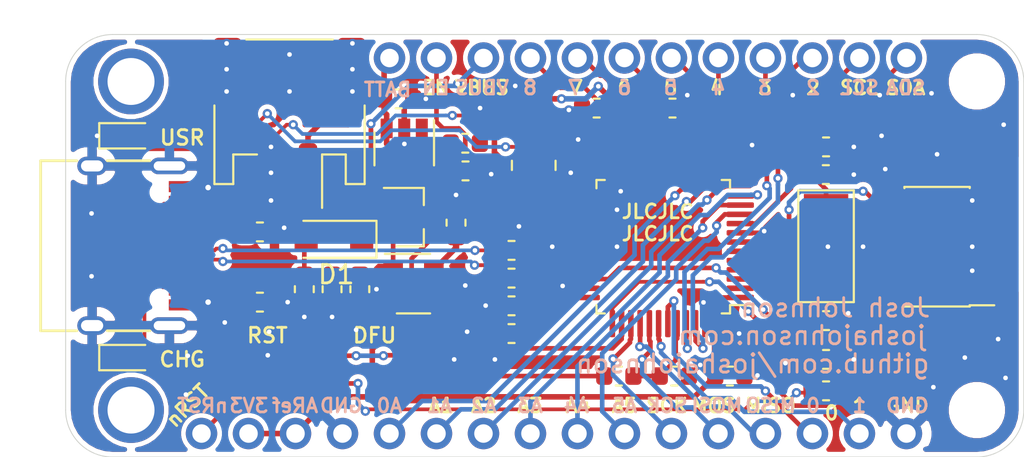
<source format=kicad_pcb>
(kicad_pcb (version 20171130) (host pcbnew 5.1.5-52549c5~84~ubuntu19.10.1)
  (title_block (rev 0) (company "Josh Johnson"))
  (layers (0 F.Cu signal) (31 B.Cu signal) (34 B.Paste user) (35 F.Paste user) (36 B.SilkS user) (37 F.SilkS user) (38 B.Mask user) (39 F.Mask user) (44 Edge.Cuts user))
  (net 0 "")
  (net 1 GND)
  (net 2 "Net-(C1-Pad1)")
  (net 3 "Net-(C2-Pad1)")
  (net 4 "Net-(C3-Pad1)")
  (net 5 +3V3)
  (net 6 /nRST)
  (net 7 +BATT)
  (net 8 VBUS)
  (net 9 "Net-(D2-Pad1)")
  (net 10 /SWDCLK)
  (net 11 /SWDIO)
  (net 12 /USB_D+)
  (net 13 "Net-(J2-PadA5)")
  (net 14 /USB_D-)
  (net 15 "Net-(J2-PadB5)")
  (net 16 "Net-(R1-Pad1)")
  (net 17 "Net-(R5-Pad2)")
  (net 18 "Net-(R6-Pad2)")
  (net 19 /BOOT0)
  (net 20 "Net-(R9-Pad1)")
  (net 21 "Net-(R11-Pad1)")
  (net 22 "Net-(R12-Pad1)")
  (net 23 "Net-(D3-Pad2)")
  (net 24 /LDO_EN)
  (net 25 /A0)
  (net 26 /A1)
  (net 27 /A2)
  (net 28 /A3)
  (net 29 /A4)
  (net 30 /A5)
  (net 31 /MOSI)
  (net 32 /MISO)
  (net 33 /SCK)
  (net 34 /SCL)
  (net 35 /SDA)
  (net 36 "Net-(D4-Pad2)")
  (net 37 "Net-(D4-Pad3)")
  (net 38 "Net-(D4-Pad1)")
  (net 39 /nLED)
  (net 40 /nLED_G)
  (net 41 /nLED_R)
  (net 42 /nLED_B)
  (net 43 /RX\IO0)
  (net 44 /TX\IO1)
  (net 45 /IO8)
  (net 46 /IO7)
  (net 47 /IO6)
  (net 48 /IO5)
  (net 49 /IO4)
  (net 50 /IO3)
  (net 51 /IO2)
  (net 52 "Net-(J1-Pad8)")
  (net 53 "Net-(J1-Pad7)")
  (net 54 "Net-(J1-Pad6)")
  (net 55 "Net-(J2-PadB8)")
  (net 56 "Net-(J2-PadA8)")
  (net 57 "Net-(U1-Pad31)")
  (net 58 "Net-(U1-Pad30)")
  (net 59 "Net-(U1-Pad4)")
  (net 60 "Net-(U1-Pad3)")
  (net 61 "Net-(U1-Pad2)")
  (net 62 "Net-(U2-Pad4)")
  (module josh-led:LED_0606_E6C0606RGBC3UDA (layer F.Cu) (at 153.6 94.2 270)
    (fp_text reference D4 hide)
    (fp_text value LED_RGBA)
    (pad 4 smd rect (at 0.45 0.8 270) (size 0.55 0.7) (layers F.Cu F.Paste F.Mask) (net 5 +3V3))
    (pad 2 smd rect (at 0.45 -0.8 270) (size 0.55 0.7) (layers F.Cu F.Paste F.Mask) (net 36 "Net-(D4-Pad2)"))
    (pad 3 smd rect (at -0.45 0.8 270) (size 0.55 0.7) (layers F.Cu F.Paste F.Mask) (net 37 "Net-(D4-Pad3)"))
    (pad 1 smd rect (at -0.45 -0.8 270) (size 0.55 0.7) (layers F.Cu F.Paste F.Mask) (net 38 "Net-(D4-Pad1)"))
  )
  (module josh-passives-smt:D_SOD-123FL (layer F.Cu) (at 142.8 100.4 180)
    (fp_text reference D1 (at -0.127 -1.905) (layer F.SilkS))
    (fp_text value MBR120)
    (pad 2 smd rect (at 1.5 0 180) (size 1.25 1.22) (layers F.Cu F.Paste F.Mask) (net 8 VBUS))
    (pad 1 smd rect (at -1.5 0 180) (size 1.25 1.22) (layers F.Cu F.Paste F.Mask) (net 4 "Net-(C3-Pad1)"))
  )
  (module josh-oscillators:Crystal_SMD_5032-2Pin_5.0x3.2mm (layer F.Cu) (at 169.4 100.8 270)
    (fp_text reference Y1 hide)
    (fp_text value 8MHz)
    (pad 2 smd rect (at 1.85 0 270) (size 2 2.4) (layers F.Cu F.Paste F.Mask) (net 2 "Net-(C1-Pad1)"))
    (pad 1 smd rect (at -1.85 0 270) (size 2 2.4) (layers F.Cu F.Paste F.Mask) (net 3 "Net-(C2-Pad1)"))
  )
  (module josh-connectors:SAMTEC_FTSH-105-01-L-DV-R-TR (layer F.Cu) (at 175.4 100.8 180)
    (fp_text reference J1 hide)
    (fp_text value 1.27_SWD)
    (pad 10 smd rect (at 1.95 2.54 180) (size 2.4 0.74) (layers F.Cu F.Paste F.Mask) (net 6 /nRST))
    (pad 9 smd rect (at -1.95 2.54 180) (size 2.4 0.74) (layers F.Cu F.Paste F.Mask) (net 1 GND))
    (pad 8 smd rect (at 1.95 1.27 180) (size 2.4 0.74) (layers F.Cu F.Paste F.Mask) (net 52 "Net-(J1-Pad8)"))
    (pad 7 smd rect (at -1.95 1.27 180) (size 2.4 0.74) (layers F.Cu F.Paste F.Mask) (net 53 "Net-(J1-Pad7)"))
    (pad 6 smd rect (at 1.95 0 180) (size 2.4 0.74) (layers F.Cu F.Paste F.Mask) (net 54 "Net-(J1-Pad6)"))
    (pad 5 smd rect (at -1.95 0 180) (size 2.4 0.74) (layers F.Cu F.Paste F.Mask) (net 1 GND))
    (pad 4 smd rect (at 1.95 -1.27 180) (size 2.4 0.74) (layers F.Cu F.Paste F.Mask) (net 10 /SWDCLK))
    (pad 3 smd rect (at -1.95 -1.27 180) (size 2.4 0.74) (layers F.Cu F.Paste F.Mask) (net 1 GND))
    (pad 2 smd rect (at 1.95 -2.54 180) (size 2.4 0.74) (layers F.Cu F.Paste F.Mask) (net 11 /SWDIO))
    (pad 1 smd rect (at -1.95 -2.54 180) (size 2.4 0.74) (layers F.Cu F.Paste F.Mask) (net 5 +3V3))
  )
  (module josh-logos:OSHW_Logo_3.6x3.6_F.Mask (layer F.Cu) (at 175.5 95.7)
    (fp_text reference G*** hide)
    (fp_text value LOGO hide)
  )
  (module josh-logos:josh-details (layer B.Cu) (at 170.1 105.7 180)
    (fp_text reference REF**)
    (fp_text value "Josh Details")
    (fp_text user github.com/joshajohnson (at 4.6736 -1.432) (layer B.SilkS) (effects (justify mirror)))
    (fp_text user joshajohnson.com (at 2 0.1) (layer B.SilkS) (effects (justify mirror)))
    (fp_text user "Josh Johnson" (at 0.2 1.6 180) (layer B.SilkS) (effects (justify mirror)))
  )
  (module Package_QFP:LQFP-48_7x7mm_P0.5mm (layer F.Cu) (at 160.6 100.8 180)
    (fp_text reference U1 hide)
    (fp_text value STM32F103C8Tx)
    (pad 48 smd roundrect (at -2.75 -4.1625 180) (size 0.3 1.475) (layers F.Cu F.Paste F.Mask) (net 5 +3V3))
    (pad 47 smd roundrect (at -2.25 -4.1625 180) (size 0.3 1.475) (layers F.Cu F.Paste F.Mask) (net 1 GND))
    (pad 46 smd roundrect (at -1.75 -4.1625 180) (size 0.3 1.475) (layers F.Cu F.Paste F.Mask) (net 35 /SDA))
    (pad 45 smd roundrect (at -1.25 -4.1625 180) (size 0.3 1.475) (layers F.Cu F.Paste F.Mask) (net 34 /SCL))
    (pad 44 smd roundrect (at -0.75 -4.1625 180) (size 0.3 1.475) (layers F.Cu F.Paste F.Mask) (net 19 /BOOT0))
    (pad 43 smd roundrect (at -0.25 -4.1625 180) (size 0.3 1.475) (layers F.Cu F.Paste F.Mask) (net 43 /RX\IO0))
    (pad 42 smd roundrect (at 0.25 -4.1625 180) (size 0.3 1.475) (layers F.Cu F.Paste F.Mask) (net 44 /TX\IO1))
    (pad 41 smd roundrect (at 0.75 -4.1625 180) (size 0.3 1.475) (layers F.Cu F.Paste F.Mask) (net 31 /MOSI))
    (pad 40 smd roundrect (at 1.25 -4.1625 180) (size 0.3 1.475) (layers F.Cu F.Paste F.Mask) (net 32 /MISO))
    (pad 39 smd roundrect (at 1.75 -4.1625 180) (size 0.3 1.475) (layers F.Cu F.Paste F.Mask) (net 33 /SCK))
    (pad 38 smd roundrect (at 2.25 -4.1625 180) (size 0.3 1.475) (layers F.Cu F.Paste F.Mask) (net 12 /USB_D+))
    (pad 37 smd roundrect (at 2.75 -4.1625 180) (size 0.3 1.475) (layers F.Cu F.Paste F.Mask) (net 10 /SWDCLK))
    (pad 36 smd roundrect (at 4.1625 -2.75 180) (size 1.475 0.3) (layers F.Cu F.Paste F.Mask) (net 5 +3V3))
    (pad 35 smd roundrect (at 4.1625 -2.25 180) (size 1.475 0.3) (layers F.Cu F.Paste F.Mask) (net 1 GND))
    (pad 34 smd roundrect (at 4.1625 -1.75 180) (size 1.475 0.3) (layers F.Cu F.Paste F.Mask) (net 11 /SWDIO))
    (pad 33 smd roundrect (at 4.1625 -1.25 180) (size 1.475 0.3) (layers F.Cu F.Paste F.Mask) (net 18 "Net-(R6-Pad2)"))
    (pad 32 smd roundrect (at 4.1625 -0.75 180) (size 1.475 0.3) (layers F.Cu F.Paste F.Mask) (net 17 "Net-(R5-Pad2)"))
    (pad 31 smd roundrect (at 4.1625 -0.25 180) (size 1.475 0.3) (layers F.Cu F.Paste F.Mask) (net 57 "Net-(U1-Pad31)"))
    (pad 30 smd roundrect (at 4.1625 0.25 180) (size 1.475 0.3) (layers F.Cu F.Paste F.Mask) (net 58 "Net-(U1-Pad30)"))
    (pad 29 smd roundrect (at 4.1625 0.75 180) (size 1.475 0.3) (layers F.Cu F.Paste F.Mask) (net 39 /nLED))
    (pad 28 smd roundrect (at 4.1625 1.25 180) (size 1.475 0.3) (layers F.Cu F.Paste F.Mask) (net 42 /nLED_B))
    (pad 27 smd roundrect (at 4.1625 1.75 180) (size 1.475 0.3) (layers F.Cu F.Paste F.Mask) (net 40 /nLED_G))
    (pad 26 smd roundrect (at 4.1625 2.25 180) (size 1.475 0.3) (layers F.Cu F.Paste F.Mask) (net 41 /nLED_R))
    (pad 25 smd roundrect (at 4.1625 2.75 180) (size 1.475 0.3) (layers F.Cu F.Paste F.Mask) (net 45 /IO8))
    (pad 24 smd roundrect (at 2.75 4.1625 180) (size 0.3 1.475) (layers F.Cu F.Paste F.Mask) (net 5 +3V3))
    (pad 23 smd roundrect (at 2.25 4.1625 180) (size 0.3 1.475) (layers F.Cu F.Paste F.Mask) (net 1 GND))
    (pad 22 smd roundrect (at 1.75 4.1625 180) (size 0.3 1.475) (layers F.Cu F.Paste F.Mask) (net 46 /IO7))
    (pad 21 smd roundrect (at 1.25 4.1625 180) (size 0.3 1.475) (layers F.Cu F.Paste F.Mask) (net 47 /IO6))
    (pad 20 smd roundrect (at 0.75 4.1625 180) (size 0.3 1.475) (layers F.Cu F.Paste F.Mask) (net 16 "Net-(R1-Pad1)"))
    (pad 19 smd roundrect (at 0.25 4.1625 180) (size 0.3 1.475) (layers F.Cu F.Paste F.Mask) (net 48 /IO5))
    (pad 18 smd roundrect (at -0.25 4.1625 180) (size 0.3 1.475) (layers F.Cu F.Paste F.Mask) (net 49 /IO4))
    (pad 17 smd roundrect (at -0.75 4.1625 180) (size 0.3 1.475) (layers F.Cu F.Paste F.Mask) (net 50 /IO3))
    (pad 16 smd roundrect (at -1.25 4.1625 180) (size 0.3 1.475) (layers F.Cu F.Paste F.Mask) (net 51 /IO2))
    (pad 15 smd roundrect (at -1.75 4.1625 180) (size 0.3 1.475) (layers F.Cu F.Paste F.Mask) (net 25 /A0))
    (pad 14 smd roundrect (at -2.25 4.1625 180) (size 0.3 1.475) (layers F.Cu F.Paste F.Mask) (net 26 /A1))
    (pad 13 smd roundrect (at -2.75 4.1625 180) (size 0.3 1.475) (layers F.Cu F.Paste F.Mask) (net 27 /A2))
    (pad 12 smd roundrect (at -4.1625 2.75 180) (size 1.475 0.3) (layers F.Cu F.Paste F.Mask) (net 28 /A3))
    (pad 11 smd roundrect (at -4.1625 2.25 180) (size 1.475 0.3) (layers F.Cu F.Paste F.Mask) (net 29 /A4))
    (pad 10 smd roundrect (at -4.1625 1.75 180) (size 1.475 0.3) (layers F.Cu F.Paste F.Mask) (net 30 /A5))
    (pad 9 smd roundrect (at -4.1625 1.25 180) (size 1.475 0.3) (layers F.Cu F.Paste F.Mask) (net 5 +3V3))
    (pad 8 smd roundrect (at -4.1625 0.75 180) (size 1.475 0.3) (layers F.Cu F.Paste F.Mask) (net 1 GND))
    (pad 7 smd roundrect (at -4.1625 0.25 180) (size 1.475 0.3) (layers F.Cu F.Paste F.Mask) (net 6 /nRST))
    (pad 6 smd roundrect (at -4.1625 -0.25 180) (size 1.475 0.3) (layers F.Cu F.Paste F.Mask) (net 3 "Net-(C2-Pad1)"))
    (pad 5 smd roundrect (at -4.1625 -0.75 180) (size 1.475 0.3) (layers F.Cu F.Paste F.Mask) (net 2 "Net-(C1-Pad1)"))
    (pad 4 smd roundrect (at -4.1625 -1.25 180) (size 1.475 0.3) (layers F.Cu F.Paste F.Mask) (net 59 "Net-(U1-Pad4)"))
    (pad 3 smd roundrect (at -4.1625 -1.75 180) (size 1.475 0.3) (layers F.Cu F.Paste F.Mask) (net 60 "Net-(U1-Pad3)"))
    (pad 2 smd roundrect (at -4.1625 -2.25 180) (size 1.475 0.3) (layers F.Cu F.Paste F.Mask) (net 61 "Net-(U1-Pad2)"))
    (pad 1 smd roundrect (at -4.1625 -2.75 180) (size 1.475 0.3) (layers F.Cu F.Paste F.Mask) (net 5 +3V3))
  )
  (module josh-connectors:featherwing-typeC (layer F.Cu) (at 154.6936 100.75)
    (fp_text reference J4)
    (fp_text value Feather)
    (fp_arc (start -23.8536 -8.89) (end -26.3936 -8.89) (angle 90) (layer Edge.Cuts) (width 0.05))
    (fp_arc (start -23.8536 8.89) (end -23.8536 11.43) (angle 90) (layer Edge.Cuts) (width 0.05))
    (fp_arc (start 22.8536 8.89) (end 22.8536 11.43) (angle -88.9) (layer Edge.Cuts) (width 0.05))
    (fp_arc (start 22.8536 -8.89) (end 22.8536 -11.43) (angle 90) (layer Edge.Cuts) (width 0.05))
    (fp_line (start -26.3936 -8.89) (end -26.3936 8.89) (layer Edge.Cuts) (width 0.05))
    (fp_line (start -23.8536 11.43) (end 22.8536 11.43) (layer Edge.Cuts) (width 0.05))
    (fp_line (start 25.393132 8.938762) (end 25.3936 -8.89) (layer Edge.Cuts) (width 0.05))
    (fp_line (start 22.8536 -11.43) (end -23.8536 -11.43) (layer Edge.Cuts) (width 0.05))
    (pad 2 thru_hole circle (at -16.51 10.16) (size 1.7 1.7) (drill 1) (layers *.Cu *.Mask) (net 5 +3V3))
    (pad 3 thru_hole circle (at -13.97 10.16) (size 1.7 1.7) (drill 1) (layers *.Cu *.Mask) (net 5 +3V3))
    (pad 4 thru_hole circle (at -11.43 10.16) (size 1.7 1.7) (drill 1) (layers *.Cu *.Mask) (net 1 GND))
    (pad 5 thru_hole circle (at -8.89 10.16) (size 1.7 1.7) (drill 1) (layers *.Cu *.Mask) (net 25 /A0))
    (pad 6 thru_hole circle (at -6.35 10.16) (size 1.7 1.7) (drill 1) (layers *.Cu *.Mask) (net 26 /A1))
    (pad 7 thru_hole circle (at -3.81 10.16) (size 1.7 1.7) (drill 1) (layers *.Cu *.Mask) (net 27 /A2))
    (pad 8 thru_hole circle (at -1.27 10.16) (size 1.7 1.7) (drill 1) (layers *.Cu *.Mask) (net 28 /A3))
    (pad 9 thru_hole circle (at 1.27 10.16) (size 1.7 1.7) (drill 1) (layers *.Cu *.Mask) (net 29 /A4))
    (pad 10 thru_hole circle (at 3.81 10.16) (size 1.7 1.7) (drill 1) (layers *.Cu *.Mask) (net 30 /A5))
    (pad 11 thru_hole circle (at 6.35 10.16) (size 1.7 1.7) (drill 1) (layers *.Cu *.Mask) (net 33 /SCK))
    (pad 12 thru_hole circle (at 8.89 10.16) (size 1.7 1.7) (drill 1) (layers *.Cu *.Mask) (net 31 /MOSI))
    (pad 13 thru_hole circle (at 11.43 10.16) (size 1.7 1.7) (drill 1) (layers *.Cu *.Mask) (net 32 /MISO))
    (pad 14 thru_hole circle (at 13.97 10.16) (size 1.7 1.7) (drill 1) (layers *.Cu *.Mask) (net 43 /RX\IO0))
    (pad 15 thru_hole circle (at 16.51 10.16) (size 1.7 1.7) (drill 1) (layers *.Cu *.Mask) (net 44 /TX\IO1))
    (pad 1 thru_hole circle (at -19.05 10.16) (size 1.7 1.7) (drill 1) (layers *.Cu *.Mask) (net 6 /nRST))
    (pad 16 thru_hole circle (at 19.05 10.16) (size 1.7 1.7) (drill 1) (layers *.Cu *.Mask) (net 1 GND))
    (pad 28 thru_hole circle (at -8.89 -10.16) (size 1.7 1.7) (drill 1) (layers *.Cu *.Mask) (net 7 +BATT))
    (pad 27 thru_hole circle (at -6.35 -10.16) (size 1.7 1.7) (drill 1) (layers *.Cu *.Mask) (net 24 /LDO_EN))
    (pad 26 thru_hole circle (at -3.81 -10.16) (size 1.7 1.7) (drill 1) (layers *.Cu *.Mask) (net 8 VBUS))
    (pad 25 thru_hole circle (at -1.27 -10.16) (size 1.7 1.7) (drill 1) (layers *.Cu *.Mask) (net 45 /IO8))
    (pad 24 thru_hole circle (at 1.27 -10.16) (size 1.7 1.7) (drill 1) (layers *.Cu *.Mask) (net 46 /IO7))
    (pad 23 thru_hole circle (at 3.81 -10.16) (size 1.7 1.7) (drill 1) (layers *.Cu *.Mask) (net 47 /IO6))
    (pad 22 thru_hole circle (at 6.35 -10.16) (size 1.7 1.7) (drill 1) (layers *.Cu *.Mask) (net 48 /IO5))
    (pad 21 thru_hole circle (at 8.89 -10.16) (size 1.7 1.7) (drill 1) (layers *.Cu *.Mask) (net 49 /IO4))
    (pad 20 thru_hole circle (at 11.43 -10.16) (size 1.7 1.7) (drill 1) (layers *.Cu *.Mask) (net 50 /IO3))
    (pad 19 thru_hole circle (at 13.97 -10.16) (size 1.7 1.7) (drill 1) (layers *.Cu *.Mask) (net 51 /IO2))
    (pad 18 thru_hole circle (at 16.51 -10.16) (size 1.7 1.7) (drill 1) (layers *.Cu *.Mask) (net 34 /SCL))
    (pad 17 thru_hole circle (at 19.05 -10.16) (size 1.7 1.7) (drill 1) (layers *.Cu *.Mask) (net 35 /SDA))
    (pad GND thru_hole circle (at -22.86 -8.89) (size 3.556 3.556) (drill 2.54) (layers *.Cu *.Mask))
    (pad "" np_thru_hole circle (at 22.86 -8.89) (size 2.54 2.54) (drill 2.54) (layers *.Cu *.Mask))
    (pad GND thru_hole circle (at -22.86 8.89) (size 3.556 3.556) (drill 2.54) (layers *.Cu *.Mask))
    (pad "" np_thru_hole circle (at 22.86 8.89) (size 2.54 2.54) (drill 2.54) (layers *.Cu *.Mask))
  )
  (module Resistor_SMD:R_Array_Convex_4x0402 (layer F.Cu) (at 153.6 96.4 90)
    (fp_text reference RN1 hide)
    (fp_text value 1K)
    (pad 5 smd rect (at 0.5 0.75 90) (size 0.5 0.4) (layers F.Cu F.Paste F.Mask) (net 38 "Net-(D4-Pad1)"))
    (pad 6 smd rect (at 0.5 0.25 90) (size 0.5 0.3) (layers F.Cu F.Paste F.Mask) (net 36 "Net-(D4-Pad2)"))
    (pad 8 smd rect (at 0.5 -0.75 90) (size 0.5 0.4) (layers F.Cu F.Paste F.Mask) (net 23 "Net-(D3-Pad2)"))
    (pad 7 smd rect (at 0.5 -0.25 90) (size 0.5 0.3) (layers F.Cu F.Paste F.Mask) (net 37 "Net-(D4-Pad3)"))
    (pad 4 smd rect (at -0.5 0.75 90) (size 0.5 0.4) (layers F.Cu F.Paste F.Mask) (net 41 /nLED_R))
    (pad 2 smd rect (at -0.5 -0.25 90) (size 0.5 0.3) (layers F.Cu F.Paste F.Mask) (net 42 /nLED_B))
    (pad 3 smd rect (at -0.5 0.25 90) (size 0.5 0.3) (layers F.Cu F.Paste F.Mask) (net 40 /nLED_G))
    (pad 1 smd rect (at -0.5 -0.75 90) (size 0.5 0.4) (layers F.Cu F.Paste F.Mask) (net 39 /nLED))
  )
  (module josh-connectors:JST_PH_S2B-PH-SM4-TB_1x02-1MP_P2.00mm_Horizontal (layer F.Cu) (at 140.4 94.1 180)
    (fp_text reference J3 hide)
    (fp_text value JST_PH)
    (pad 2 smd roundrect (at 3.35 2.9 180) (size 1.5 3.4) (layers F.Cu F.Paste F.Mask) (roundrect_rratio 0.167) (net 1 GND))
    (pad 2 smd roundrect (at -3.35 2.9 180) (size 1.5 3.4) (layers F.Cu F.Paste F.Mask) (roundrect_rratio 0.167) (net 1 GND))
    (pad 2 smd roundrect (at 1 -2.85 180) (size 1 3.5) (layers F.Cu F.Paste F.Mask) (net 1 GND))
    (pad 1 smd roundrect (at -1 -2.85 180) (size 1 3.5) (layers F.Cu F.Paste F.Mask) (net 7 +BATT))
  )
  (module LED_SMD:LED_0603_1608Metric_Castellated (layer F.Cu) (at 131.8 94.8)
    (fp_text reference D3 hide)
    (fp_text value RED)
    (pad 2 smd roundrect (at 0.8125 0) (size 1.225 0.85) (layers F.Cu F.Paste F.Mask) (net 23 "Net-(D3-Pad2)"))
    (pad 1 smd roundrect (at -0.8125 0) (size 1.225 0.85) (layers F.Cu F.Paste F.Mask) (net 1 GND))
  )
  (module Package_TO_SOT_SMD:SOT-23-5 (layer F.Cu) (at 146.6 95.5 270)
    (fp_text reference U3 hide)
    (fp_text value MCP73831-2-OT)
    (pad 5 smd rect (at 1.1 -0.95 270) (size 1.06 0.65) (layers F.Cu F.Paste F.Mask) (net 22 "Net-(R12-Pad1)"))
    (pad 4 smd rect (at 1.1 0.95 270) (size 1.06 0.65) (layers F.Cu F.Paste F.Mask) (net 8 VBUS))
    (pad 3 smd rect (at -1.1 0.95 270) (size 1.06 0.65) (layers F.Cu F.Paste F.Mask) (net 7 +BATT))
    (pad 2 smd rect (at -1.1 0 270) (size 1.06 0.65) (layers F.Cu F.Paste F.Mask) (net 1 GND))
    (pad 1 smd rect (at -1.1 -0.95 270) (size 1.06 0.65) (layers F.Cu F.Paste F.Mask) (net 21 "Net-(R11-Pad1)"))
  )
  (module Package_TO_SOT_SMD:SOT-23-5 (layer F.Cu) (at 147.1 102.8)
    (fp_text reference U2 hide)
    (fp_text value AP2112K-3.3)
    (pad 5 smd rect (at 1.1 -0.95) (size 1.06 0.65) (layers F.Cu F.Paste F.Mask) (net 5 +3V3))
    (pad 4 smd rect (at 1.1 0.95) (size 1.06 0.65) (layers F.Cu F.Paste F.Mask) (net 62 "Net-(U2-Pad4)"))
    (pad 3 smd rect (at -1.1 0.95) (size 1.06 0.65) (layers F.Cu F.Paste F.Mask) (net 24 /LDO_EN))
    (pad 2 smd rect (at -1.1 0) (size 1.06 0.65) (layers F.Cu F.Paste F.Mask) (net 1 GND))
    (pad 1 smd rect (at -1.1 -0.95) (size 1.06 0.65) (layers F.Cu F.Paste F.Mask) (net 4 "Net-(C3-Pad1)"))
  )
  (module josh-buttons-switches:BT_PTS815 (layer F.Cu) (at 139.2 107.8)
    (fp_text reference SW2 hide)
    (fp_text value SW_Push)
    (pad 1 smd rect (at 2.2 1.125) (size 0.8 0.7) (layers F.Cu F.Paste F.Mask) (net 6 /nRST))
    (pad 2 smd rect (at 2.2 -1.125) (size 0.8 0.7) (layers F.Cu F.Paste F.Mask) (net 1 GND))
    (pad 1 smd rect (at -2.2 1.125) (size 0.8 0.7) (layers F.Cu F.Paste F.Mask) (net 6 /nRST))
    (pad 2 smd rect (at -2.2 -1.125) (size 0.8 0.7) (layers F.Cu F.Paste F.Mask) (net 1 GND))
  )
  (module josh-buttons-switches:BT_PTS815 (layer F.Cu) (at 145 107.8)
    (fp_text reference SW1 hide)
    (fp_text value SW_Push)
    (pad 1 smd rect (at 2.2 1.125) (size 0.8 0.7) (layers F.Cu F.Paste F.Mask) (net 5 +3V3))
    (pad 2 smd rect (at 2.2 -1.125) (size 0.8 0.7) (layers F.Cu F.Paste F.Mask) (net 20 "Net-(R9-Pad1)"))
    (pad 1 smd rect (at -2.2 1.125) (size 0.8 0.7) (layers F.Cu F.Paste F.Mask) (net 5 +3V3))
    (pad 2 smd rect (at -2.2 -1.125) (size 0.8 0.7) (layers F.Cu F.Paste F.Mask) (net 20 "Net-(R9-Pad1)"))
  )
  (module Resistor_SMD:R_0603_1608Metric (layer F.Cu) (at 169.4 108.6 180)
    (fp_text reference R13 hide)
    (fp_text value 10K)
    (pad 2 smd roundrect (at 0.7875 0 180) (size 0.875 0.95) (layers F.Cu F.Paste F.Mask) (net 6 /nRST))
    (pad 1 smd roundrect (at -0.7875 0 180) (size 0.875 0.95) (layers F.Cu F.Paste F.Mask) (net 5 +3V3))
  )
  (module Resistor_SMD:R_0603_1608Metric (layer F.Cu) (at 149.9125 96.7)
    (fp_text reference R12 hide)
    (fp_text value 10K)
    (pad 2 smd roundrect (at 0.7875 0) (size 0.875 0.95) (layers F.Cu F.Paste F.Mask) (net 1 GND))
    (pad 1 smd roundrect (at -0.7875 0) (size 0.875 0.95) (layers F.Cu F.Paste F.Mask) (net 22 "Net-(R12-Pad1)"))
  )
  (module Resistor_SMD:R_0603_1608Metric (layer F.Cu) (at 149.9 95.2)
    (fp_text reference R11 hide)
    (fp_text value 2K2)
    (pad 2 smd roundrect (at 0.7875 0) (size 0.875 0.95) (layers F.Cu F.Paste F.Mask) (net 9 "Net-(D2-Pad1)"))
    (pad 1 smd roundrect (at -0.7875 0) (size 0.875 0.95) (layers F.Cu F.Paste F.Mask) (net 21 "Net-(R11-Pad1)"))
  )
  (module Resistor_SMD:R_0603_1608Metric (layer F.Cu) (at 161.2 107.8)
    (fp_text reference R10 hide)
    (fp_text value 100K)
    (pad 2 smd roundrect (at 0.7875 0) (size 0.875 0.95) (layers F.Cu F.Paste F.Mask) (net 1 GND))
    (pad 1 smd roundrect (at -0.7875 0) (size 0.875 0.95) (layers F.Cu F.Paste F.Mask) (net 19 /BOOT0))
  )
  (module Resistor_SMD:R_0603_1608Metric (layer F.Cu) (at 158.2 107.8)
    (fp_text reference R9 hide)
    (fp_text value 10K)
    (pad 2 smd roundrect (at 0.7875 0) (size 0.875 0.95) (layers F.Cu F.Paste F.Mask) (net 19 /BOOT0))
    (pad 1 smd roundrect (at -0.7875 0) (size 0.875 0.95) (layers F.Cu F.Paste F.Mask) (net 20 "Net-(R9-Pad1)"))
  )
  (module Resistor_SMD:R_0603_1608Metric (layer F.Cu) (at 152.4 105.5 180)
    (fp_text reference R8 hide)
    (fp_text value 1K5)
    (pad 2 smd roundrect (at 0.7875 0 180) (size 0.875 0.95) (layers F.Cu F.Paste F.Mask) (net 12 /USB_D+))
    (pad 1 smd roundrect (at -0.7875 0 180) (size 0.875 0.95) (layers F.Cu F.Paste F.Mask) (net 5 +3V3))
  )
  (module Resistor_SMD:R_0603_1608Metric (layer F.Cu) (at 144.2 103.1 270)
    (fp_text reference R7 hide)
    (fp_text value 100K)
    (pad 2 smd roundrect (at 0.7875 0 270) (size 0.875 0.95) (layers F.Cu F.Paste F.Mask) (net 24 /LDO_EN))
    (pad 1 smd roundrect (at -0.7875 0 270) (size 0.875 0.95) (layers F.Cu F.Paste F.Mask) (net 4 "Net-(C3-Pad1)"))
  )
  (module Resistor_SMD:R_0603_1608Metric (layer F.Cu) (at 152.4 102.5)
    (fp_text reference R6 hide)
    (fp_text value 22R)
    (pad 2 smd roundrect (at 0.7875 0) (size 0.875 0.95) (layers F.Cu F.Paste F.Mask) (net 18 "Net-(R6-Pad2)"))
    (pad 1 smd roundrect (at -0.7875 0) (size 0.875 0.95) (layers F.Cu F.Paste F.Mask) (net 12 /USB_D+))
  )
  (module Resistor_SMD:R_0603_1608Metric (layer F.Cu) (at 152.4 101)
    (fp_text reference R5 hide)
    (fp_text value 22R)
    (pad 2 smd roundrect (at 0.7875 0) (size 0.875 0.95) (layers F.Cu F.Paste F.Mask) (net 17 "Net-(R5-Pad2)"))
    (pad 1 smd roundrect (at -0.7875 0) (size 0.875 0.95) (layers F.Cu F.Paste F.Mask) (net 14 /USB_D-))
  )
  (module Resistor_SMD:R_0603_1608Metric (layer F.Cu) (at 141.2 103.1 270)
    (fp_text reference R4 hide)
    (fp_text value 100K)
    (pad 2 smd roundrect (at 0.7875 0 270) (size 0.875 0.95) (layers F.Cu F.Paste F.Mask) (net 1 GND))
    (pad 1 smd roundrect (at -0.7875 0 270) (size 0.875 0.95) (layers F.Cu F.Paste F.Mask) (net 8 VBUS))
  )
  (module Resistor_SMD:R_0603_1608Metric (layer F.Cu) (at 138.8 103.8 180)
    (fp_text reference R3 hide)
    (fp_text value 5K1)
    (pad 2 smd roundrect (at 0.7875 0 180) (size 0.875 0.95) (layers F.Cu F.Paste F.Mask) (net 15 "Net-(J2-PadB5)"))
    (pad 1 smd roundrect (at -0.7875 0 180) (size 0.875 0.95) (layers F.Cu F.Paste F.Mask) (net 1 GND))
  )
  (module Resistor_SMD:R_0603_1608Metric (layer F.Cu) (at 138.8 100 180)
    (fp_text reference R2 hide)
    (fp_text value 5K1)
    (pad 2 smd roundrect (at 0.7875 0 180) (size 0.875 0.95) (layers F.Cu F.Paste F.Mask) (net 13 "Net-(J2-PadA5)"))
    (pad 1 smd roundrect (at -0.7875 0 180) (size 0.875 0.95) (layers F.Cu F.Paste F.Mask) (net 1 GND))
  )
  (module Resistor_SMD:R_0603_1608Metric (layer F.Cu) (at 161.1 93.3)
    (fp_text reference R1 hide)
    (fp_text value 10K)
    (pad 2 smd roundrect (at 0.7875 0) (size 0.875 0.95) (layers F.Cu F.Paste F.Mask) (net 1 GND))
    (pad 1 smd roundrect (at -0.7875 0) (size 0.875 0.95) (layers F.Cu F.Paste F.Mask) (net 16 "Net-(R1-Pad1)"))
  )
  (module Package_TO_SOT_SMD:SOT-23 (layer F.Cu) (at 146.9 99.2)
    (fp_text reference Q1 hide)
    (fp_text value DMP2045U)
    (pad 3 smd rect (at 1 0) (size 0.9 0.8) (layers F.Cu F.Paste F.Mask) (net 7 +BATT))
    (pad 2 smd rect (at -1 0.95) (size 0.9 0.8) (layers F.Cu F.Paste F.Mask) (net 4 "Net-(C3-Pad1)"))
    (pad 1 smd rect (at -1 -0.95) (size 0.9 0.8) (layers F.Cu F.Paste F.Mask) (net 8 VBUS))
  )
  (module josh-connectors:USB_C_Receptacle_GT-USB-7010 (layer F.Cu) (at 131.6 100.75 270)
    (fp_text reference J2 hide)
    (fp_text value USB_C_Receptacle_USB2.0)
    (pad A12 smd rect (at 3.35 -3.15 270) (size 0.3 1.75) (layers F.Cu F.Paste F.Mask) (net 1 GND))
    (pad B1 smd rect (at 3.05 -3.15 270) (size 0.3 1.75) (layers F.Cu F.Paste F.Mask) (net 1 GND))
    (pad B4 smd rect (at 2.25 -3.15 270) (size 0.3 1.75) (layers F.Cu F.Paste F.Mask) (net 8 VBUS))
    (pad A9 smd rect (at 2.55 -3.15 270) (size 0.3 1.75) (layers F.Cu F.Paste F.Mask) (net 8 VBUS))
    (pad B9 smd rect (at -2.25 -3.15 270) (size 0.3 1.75) (layers F.Cu F.Paste F.Mask) (net 8 VBUS))
    (pad A4 smd rect (at -2.55 -3.15 270) (size 0.3 1.75) (layers F.Cu F.Paste F.Mask) (net 8 VBUS))
    (pad B12 smd rect (at -3.05 -3.15 270) (size 0.3 1.75) (layers F.Cu F.Paste F.Mask) (net 1 GND))
    (pad A1 smd rect (at -3.35 -3.15 270) (size 0.3 1.75) (layers F.Cu F.Paste F.Mask) (net 1 GND))
    (pad A6 smd rect (at -0.25 -3.15 270) (size 0.3 1.75) (layers F.Cu F.Paste F.Mask) (net 12 /USB_D+))
    (pad A5 smd rect (at -1.25 -3.15 270) (size 0.3 1.75) (layers F.Cu F.Paste F.Mask) (net 13 "Net-(J2-PadA5)"))
    (pad B8 smd rect (at -1.75 -3.15 270) (size 0.3 1.75) (layers F.Cu F.Paste F.Mask) (net 55 "Net-(J2-PadB8)"))
    (pad B7 smd rect (at -0.75 -3.15 270) (size 0.3 1.75) (layers F.Cu F.Paste F.Mask) (net 14 /USB_D-))
    (pad B5 smd rect (at 1.75 -3.15 270) (size 0.3 1.75) (layers F.Cu F.Paste F.Mask) (net 15 "Net-(J2-PadB5)"))
    (pad A8 smd rect (at 1.25 -3.15 270) (size 0.3 1.75) (layers F.Cu F.Paste F.Mask) (net 56 "Net-(J2-PadA8)"))
    (pad B6 smd rect (at 0.75 -3.15 270) (size 0.3 1.75) (layers F.Cu F.Paste F.Mask) (net 12 /USB_D+))
    (pad A7 smd rect (at 0.25 -3.15 270) (size 0.3 1.75) (layers F.Cu F.Paste F.Mask) (net 14 /USB_D-))
    (pad "" np_thru_hole circle (at 2.89 -1.81 270) (size 0.65 0.65) (drill 0.65) (layers *.Cu *.Mask))
    (pad "" np_thru_hole circle (at -2.89 -1.81 270) (size 0.65 0.65) (drill 0.65) (layers *.Cu *.Mask))
    (pad S1 thru_hole oval (at 4.32 -2.31 270) (size 0.9 2.1) (drill oval 0.5 1.7) (layers *.Cu *.Mask) (net 1 GND))
    (pad S1 thru_hole oval (at -4.32 -2.31 270) (size 0.9 2.1) (drill oval 0.5 1.7) (layers *.Cu *.Mask) (net 1 GND))
    (pad S1 thru_hole oval (at 4.32 1.87 270) (size 1 1.6) (drill oval 0.6 1.2) (layers *.Cu *.Mask) (net 1 GND))
    (pad S1 thru_hole oval (at -4.32 1.87 270) (size 1 1.6) (drill oval 0.6 1.2) (layers *.Cu *.Mask) (net 1 GND))
  )
  (module LED_SMD:LED_0603_1608Metric_Castellated (layer F.Cu) (at 131.8 106.8)
    (fp_text reference D2 hide)
    (fp_text value ORG)
    (pad 2 smd roundrect (at 0.8125 0) (size 1.225 0.85) (layers F.Cu F.Paste F.Mask) (net 8 VBUS))
    (pad 1 smd roundrect (at -0.8125 0) (size 1.225 0.85) (layers F.Cu F.Paste F.Mask) (net 9 "Net-(D2-Pad1)"))
  )
  (module Capacitor_SMD:C_0603_1608Metric (layer F.Cu) (at 146.3 92.8)
    (fp_text reference C10 hide)
    (fp_text value 10u)
    (pad 2 smd roundrect (at 0.7875 0) (size 0.875 0.95) (layers F.Cu F.Paste F.Mask) (net 1 GND))
    (pad 1 smd roundrect (at -0.7875 0) (size 0.875 0.95) (layers F.Cu F.Paste F.Mask) (net 7 +BATT))
  )
  (module Capacitor_SMD:C_0603_1608Metric (layer F.Cu) (at 169.4 106.9)
    (fp_text reference C9 hide)
    (fp_text value 100n)
    (pad 2 smd roundrect (at 0.7875 0) (size 0.875 0.95) (layers F.Cu F.Paste F.Mask) (net 1 GND))
    (pad 1 smd roundrect (at -0.7875 0) (size 0.875 0.95) (layers F.Cu F.Paste F.Mask) (net 6 /nRST))
  )
  (module Capacitor_SMD:C_0603_1608Metric (layer F.Cu) (at 149.4 99.5 90)
    (fp_text reference C8 hide)
    (fp_text value 10u)
    (pad 2 smd roundrect (at 0.7875 0 90) (size 0.875 0.95) (layers F.Cu F.Paste F.Mask) (net 1 GND))
    (pad 1 smd roundrect (at -0.7875 0 90) (size 0.875 0.95) (layers F.Cu F.Paste F.Mask) (net 5 +3V3))
  )
  (module Capacitor_SMD:C_0603_1608Metric (layer F.Cu) (at 152.4 104 180)
    (fp_text reference C7 hide)
    (fp_text value 100n)
    (pad 2 smd roundrect (at 0.7875 0 180) (size 0.875 0.95) (layers F.Cu F.Paste F.Mask) (net 1 GND))
    (pad 1 smd roundrect (at -0.7875 0 180) (size 0.875 0.95) (layers F.Cu F.Paste F.Mask) (net 5 +3V3))
  )
  (module Capacitor_SMD:C_0603_1608Metric (layer F.Cu) (at 164.2 107.8)
    (fp_text reference C6 hide)
    (fp_text value 100n)
    (pad 2 smd roundrect (at 0.7875 0) (size 0.875 0.95) (layers F.Cu F.Paste F.Mask) (net 1 GND))
    (pad 1 smd roundrect (at -0.7875 0) (size 0.875 0.95) (layers F.Cu F.Paste F.Mask) (net 5 +3V3))
  )
  (module Capacitor_SMD:C_0603_1608Metric (layer F.Cu) (at 157 93.3 180)
    (fp_text reference C5 hide)
    (fp_text value 100n)
    (pad 2 smd roundrect (at 0.7875 0 180) (size 0.875 0.95) (layers F.Cu F.Paste F.Mask) (net 1 GND))
    (pad 1 smd roundrect (at -0.7875 0 180) (size 0.875 0.95) (layers F.Cu F.Paste F.Mask) (net 5 +3V3))
  )
  (module Capacitor_SMD:C_0603_1608Metric (layer F.Cu) (at 169.4 95.4)
    (fp_text reference C4 hide)
    (fp_text value 100n)
    (pad 2 smd roundrect (at 0.7875 0) (size 0.875 0.95) (layers F.Cu F.Paste F.Mask) (net 1 GND))
    (pad 1 smd roundrect (at -0.7875 0) (size 0.875 0.95) (layers F.Cu F.Paste F.Mask) (net 5 +3V3))
  )
  (module Capacitor_SMD:C_0603_1608Metric (layer F.Cu) (at 142.7 103.1 270)
    (fp_text reference C3 hide)
    (fp_text value 10u)
    (pad 2 smd roundrect (at 0.7875 0 270) (size 0.875 0.95) (layers F.Cu F.Paste F.Mask) (net 1 GND))
    (pad 1 smd roundrect (at -0.7875 0 270) (size 0.875 0.95) (layers F.Cu F.Paste F.Mask) (net 4 "Net-(C3-Pad1)"))
  )
  (module Capacitor_SMD:C_0603_1608Metric (layer F.Cu) (at 169.3875 96.9)
    (fp_text reference C2 hide)
    (fp_text value 12P)
    (pad 2 smd roundrect (at 0.7875 0) (size 0.875 0.95) (layers F.Cu F.Paste F.Mask) (net 1 GND))
    (pad 1 smd roundrect (at -0.7875 0) (size 0.875 0.95) (layers F.Cu F.Paste F.Mask) (net 3 "Net-(C2-Pad1)"))
  )
  (module Capacitor_SMD:C_0603_1608Metric (layer F.Cu) (at 169.4 104.8)
    (fp_text reference C1 hide)
    (fp_text value 12P)
    (pad 2 smd roundrect (at 0.7875 0) (size 0.875 0.95) (layers F.Cu F.Paste F.Mask) (net 1 GND))
    (pad 1 smd roundrect (at -0.7875 0) (size 0.875 0.95) (layers F.Cu F.Paste F.Mask) (net 2 "Net-(C1-Pad1)"))
  )
  (gr_text "JLCJLC\nJLCJLC" (at 160.3 99.5) (layer F.SilkS) (effects (font (size 0.75 0.75))))
  (gr_text A5 (at 158.5 109.4) (layer F.SilkS) (effects (font (size 0.75 0.75))))
  (gr_text A4 (at 156 109.4) (layer F.SilkS) (effects (font (size 0.75 0.75))))
  (gr_text A3 (at 153.4 109.4) (layer F.SilkS) (effects (font (size 0.75 0.75))))
  (gr_text A1 (at 148.6 109.4) (layer F.SilkS) (effects (font (size 0.75 0.75))))
  (gr_text A2 (at 150.9 109.4) (layer F.SilkS) (effects (font (size 0.75 0.75))))
  (gr_text 1 (at 171.2 109.4) (layer F.SilkS) (effects (font (size 0.75 0.75))))
  (gr_text SCK (at 160.8 109.4) (layer F.SilkS) (effects (font (size 0.75 0.75))))
  (gr_text GND (at 173.8 109.4) (layer F.SilkS) (effects (font (size 0.75 0.75))))
  (gr_text MISO (at 166.4 109.4) (layer F.SilkS) (effects (font (size 0.75 0.75))))
  (gr_text 0 (at 169.7 109.8) (layer F.SilkS) (effects (font (size 0.75 0.75))))
  (gr_text MOSI (at 163.5 109.4) (layer F.SilkS) (effects (font (size 0.75 0.75))))
  (gr_text nRST (at 134.9 109.4 45) (layer F.SilkS) (effects (font (size 0.75 0.75))))
  (gr_text VBUS (at 150.8 92.2) (layer F.SilkS) (effects (font (size 0.75 0.75))))
  (gr_text 5 (at 161 92.2) (layer F.SilkS) (effects (font (size 0.75 0.75))))
  (gr_text 8 (at 153.4 92.2) (layer F.SilkS) (effects (font (size 0.75 0.75))))
  (gr_text 2 (at 168.7 92.2) (layer F.SilkS) (effects (font (size 0.75 0.75))))
  (gr_text SCL (at 171.2 92.2) (layer F.SilkS) (effects (font (size 0.75 0.75))))
  (gr_text SDA (at 173.7 92.2) (layer F.SilkS) (effects (font (size 0.75 0.75))))
  (gr_text 4 (at 163.5 92.2) (layer F.SilkS) (effects (font (size 0.75 0.75))))
  (gr_text 3 (at 166.1 92.2) (layer F.SilkS) (effects (font (size 0.75 0.75))))
  (gr_text 6 (at 158.5 92.2) (layer F.SilkS) (effects (font (size 0.75 0.75))))
  (gr_text 7 (at 155.9 92.2) (layer F.SilkS) (effects (font (size 0.75 0.75))))
  (gr_text EN (at 148.3 92.2) (layer F.SilkS) (effects (font (size 0.75 0.75))))
  (gr_text BATT (at 145.7 92.3) (layer B.SilkS) (effects (font (size 0.75 0.75)) (justify mirror)))
  (gr_text EN (at 148.3 92.2) (layer B.SilkS) (effects (font (size 0.75 0.75)) (justify mirror)))
  (gr_text VBUS (at 150.8 92.2) (layer B.SilkS) (effects (font (size 0.75 0.75)) (justify mirror)))
  (gr_text SDA (at 173.7 92.2) (layer B.SilkS) (effects (font (size 0.75 0.75)) (justify mirror)))
  (gr_text SCL (at 171.2 92.2) (layer B.SilkS) (effects (font (size 0.75 0.75)) (justify mirror)))
  (gr_text 8 (at 153.4 92.2) (layer B.SilkS) (effects (font (size 0.75 0.75)) (justify mirror)))
  (gr_text 2 (at 168.7 92.2) (layer B.SilkS) (effects (font (size 0.75 0.75)) (justify mirror)))
  (gr_text 3 (at 166.1 92.2) (layer B.SilkS) (effects (font (size 0.75 0.75)) (justify mirror)))
  (gr_text 4 (at 163.6 92.2) (layer B.SilkS) (effects (font (size 0.75 0.75)) (justify mirror)))
  (gr_text 6 (at 158.5 92.2) (layer B.SilkS) (effects (font (size 0.75 0.75)) (justify mirror)))
  (gr_text 5 (at 161 92.2) (layer B.SilkS) (effects (font (size 0.75 0.75)) (justify mirror)))
  (gr_text 7 (at 155.8 92.2) (layer B.SilkS) (effects (font (size 0.75 0.75)) (justify mirror)))
  (gr_text A5 (at 158.5 109.4) (layer B.SilkS) (effects (font (size 0.75 0.75)) (justify mirror)))
  (gr_text A4 (at 155.9 109.4) (layer B.SilkS) (effects (font (size 0.75 0.75)) (justify mirror)))
  (gr_text A3 (at 153.4 109.4) (layer B.SilkS) (effects (font (size 0.75 0.75)) (justify mirror)))
  (gr_text A2 (at 150.9 109.4) (layer B.SilkS) (effects (font (size 0.75 0.75)) (justify mirror)))
  (gr_text A1 (at 148.5 109.4) (layer B.SilkS) (effects (font (size 0.75 0.75)) (justify mirror)))
  (gr_text A0 (at 145.8 109.4) (layer B.SilkS) (effects (font (size 0.75 0.75)) (justify mirror)))
  (gr_text SCK (at 160.8 109.4) (layer B.SilkS) (effects (font (size 0.75 0.75)) (justify mirror)))
  (gr_text MOSI (at 163.5 109.4) (layer B.SilkS) (effects (font (size 0.75 0.75)) (justify mirror)))
  (gr_text MISO (at 166.4 109.4) (layer B.SilkS) (effects (font (size 0.75 0.75)) (justify mirror)))
  (gr_text 0 (at 168.7 109.4) (layer B.SilkS) (effects (font (size 0.75 0.75)) (justify mirror)))
  (gr_text 1 (at 171.2 109.4) (layer B.SilkS) (effects (font (size 0.75 0.75)) (justify mirror)))
  (gr_text GND (at 173.8 109.4) (layer B.SilkS) (effects (font (size 0.75 0.75)) (justify mirror)))
  (gr_text GND (at 143.2 109.4) (layer B.SilkS) (effects (font (size 0.75 0.75)) (justify mirror)))
  (gr_text ARef (at 140.7 109.4) (layer B.SilkS) (effects (font (size 0.75 0.75)) (justify mirror)))
  (gr_text 3V3 (at 138.2 109.4) (layer B.SilkS) (effects (font (size 0.75 0.75)) (justify mirror)))
  (gr_text nRST (at 135.7 109.4) (layer B.SilkS) (effects (font (size 0.75 0.75)) (justify mirror)))
  (gr_text DFU (at 145 105.6) (layer F.SilkS) (effects (font (size 0.8 0.8))))
  (gr_text RST (at 139.2 105.6) (layer F.SilkS) (effects (font (size 0.8 0.8))))
  (gr_text CHG (at 134.6 106.9) (layer F.SilkS) (effects (font (size 0.8 0.8))))
  (gr_text USR (at 134.6 94.9) (layer F.SilkS) (effects (font (size 0.8 0.8))))
  (via (at 177.3 98.3) (size 0.5) (drill 0.25) (layers F.Cu B.Cu) (net 1))
  (via (at 177.3 100.8) (size 0.5) (drill 0.25) (layers F.Cu B.Cu) (net 1))
  (via (at 177.3 102.1) (size 0.5) (drill 0.25) (layers F.Cu B.Cu) (net 1))
  (via (at 137 92.4) (size 0.5) (drill 0.25) (layers F.Cu B.Cu) (net 1))
  (via (at 137 89.8) (size 0.5) (drill 0.25) (layers F.Cu B.Cu) (net 1))
  (via (at 137 91.2) (size 0.5) (drill 0.25) (layers F.Cu B.Cu) (net 1))
  (via (at 139.4 95.4) (size 0.5) (drill 0.25) (layers F.Cu B.Cu) (net 1))
  (via (at 139.4 98.3) (size 0.5) (drill 0.25) (layers F.Cu B.Cu) (net 1))
  (via (at 139.4 96.8) (size 0.5) (drill 0.25) (layers F.Cu B.Cu) (net 1))
  (segment (start 149.4 98.7125) (end 149.4 98) (width 0.35) (layer F.Cu) (net 1))
  (segment (start 137 106.675) (end 139.225 106.675) (width 0.25) (layer F.Cu) (net 1))
  (segment (start 139.225 106.675) (end 141.4 106.675) (width 0.25) (layer F.Cu) (net 1))
  (via (at 139.225 106.675) (size 0.5) (drill 0.25) (layers F.Cu B.Cu) (net 1))
  (via (at 141.2 104.6) (size 0.5) (drill 0.25) (layers F.Cu B.Cu) (net 1))
  (segment (start 141.2 103.8875) (end 141.2 104.6) (width 0.25) (layer F.Cu) (net 1))
  (via (at 142.7 104.6) (size 0.5) (drill 0.25) (layers F.Cu B.Cu) (net 1))
  (segment (start 142.7 103.8875) (end 142.7 104.6) (width 0.25) (layer F.Cu) (net 1))
  (via (at 140.3 103.8) (size 0.5) (drill 0.25) (layers F.Cu B.Cu) (net 1))
  (segment (start 139.5875 103.8) (end 140.3 103.8) (width 0.25) (layer F.Cu) (net 1))
  (via (at 143.8 89.8) (size 0.5) (drill 0.25) (layers F.Cu B.Cu) (net 1))
  (via (at 143.8 91.2) (size 0.5) (drill 0.25) (layers F.Cu B.Cu) (net 1))
  (via (at 143.8 92.4) (size 0.5) (drill 0.25) (layers F.Cu B.Cu) (net 1))
  (segment (start 146.6 93.2875) (end 147.0875 92.8) (width 0.3) (layer F.Cu) (net 1))
  (segment (start 146.6 94.4) (end 146.6 93.2875) (width 0.3) (layer F.Cu) (net 1))
  (segment (start 149.4 98) (end 149.4 98) (width 0.35) (layer F.Cu) (net 1))
  (via (at 149.4 98) (size 0.5) (drill 0.25) (layers F.Cu B.Cu) (net 1))
  (via (at 130 94.8) (size 0.5) (drill 0.25) (layers F.Cu B.Cu) (net 1))
  (segment (start 130.9875 94.8) (end 130 94.8) (width 0.25) (layer F.Cu) (net 1))
  (via (at 136 97.6) (size 0.6) (drill 0.3) (layers F.Cu B.Cu) (net 1))
  (segment (start 134.75 97.7) (end 135.9 97.7) (width 0.3) (layer F.Cu) (net 1))
  (segment (start 135.9 97.7) (end 136 97.6) (width 0.3) (layer F.Cu) (net 1))
  (via (at 136 103.8) (size 0.6) (drill 0.3) (layers F.Cu B.Cu) (net 1))
  (segment (start 134.75 103.8) (end 136 103.8) (width 0.3) (layer F.Cu) (net 1))
  (via (at 170.9 106.9) (size 0.5) (drill 0.25) (layers F.Cu B.Cu) (net 1))
  (segment (start 170.1875 106.9) (end 170.9 106.9) (width 0.25) (layer F.Cu) (net 1))
  (via (at 170.9 96.9) (size 0.5) (drill 0.25) (layers F.Cu B.Cu) (net 1))
  (segment (start 170.175 96.9) (end 170.9 96.9) (width 0.25) (layer F.Cu) (net 1))
  (via (at 170.9 95.4) (size 0.5) (drill 0.25) (layers F.Cu B.Cu) (net 1))
  (segment (start 170.1875 95.4) (end 170.9 95.4) (width 0.25) (layer F.Cu) (net 1))
  (via (at 155.5 93.4) (size 0.5) (drill 0.25) (layers F.Cu B.Cu) (net 1))
  (segment (start 156.2125 93.4) (end 155.5 93.4) (width 0.25) (layer F.Cu) (net 1))
  (via (at 158.300002 97.8) (size 0.5) (drill 0.25) (layers F.Cu B.Cu) (net 1))
  (segment (start 158.35 97.750002) (end 158.300002 97.8) (width 0.25) (layer F.Cu) (net 1))
  (segment (start 158.35 96.6375) (end 158.35 97.750002) (width 0.25) (layer F.Cu) (net 1))
  (via (at 161.9 92.6) (size 0.5) (drill 0.25) (layers F.Cu B.Cu) (net 1))
  (segment (start 161.8875 93.3) (end 161.8875 92.6125) (width 0.25) (layer F.Cu) (net 1))
  (segment (start 161.8875 92.6125) (end 161.9 92.6) (width 0.25) (layer F.Cu) (net 1))
  (via (at 145.1 103.09999) (size 0.5) (drill 0.25) (layers F.Cu B.Cu) (net 1))
  (segment (start 146 102.8) (end 145.17 102.8) (width 0.3) (layer F.Cu) (net 1))
  (segment (start 145.17 102.8) (end 145.1 102.87) (width 0.3) (layer F.Cu) (net 1))
  (segment (start 145.1 102.87) (end 145.1 103.09999) (width 0.3) (layer F.Cu) (net 1))
  (segment (start 161.9875 107.8) (end 162.587499 107.200001) (width 0.25) (layer F.Cu) (net 1))
  (via (at 162.6 107.200001) (size 0.5) (drill 0.25) (layers F.Cu B.Cu) (net 1))
  (segment (start 162.587499 107.200001) (end 162.6 107.200001) (width 0.25) (layer F.Cu) (net 1))
  (segment (start 146.6 94.4) (end 146.6 95.231464) (width 0.3) (layer F.Cu) (net 1))
  (segment (start 146.6 95.231464) (end 146.607866 95.23933) (width 0.3) (layer F.Cu) (net 1))
  (via (at 146.607866 95.23933) (size 0.5) (drill 0.25) (layers F.Cu B.Cu) (net 1))
  (segment (start 139.612499 100.024999) (end 139.859949 100.024999) (width 0.25) (layer F.Cu) (net 1))
  (segment (start 139.859949 100.024999) (end 140.109948 99.775) (width 0.25) (layer F.Cu) (net 1))
  (segment (start 139.5875 100) (end 139.612499 100.024999) (width 0.25) (layer F.Cu) (net 1))
  (via (at 140.109948 99.775) (size 0.5) (drill 0.25) (layers F.Cu B.Cu) (net 1))
  (segment (start 164.9875 107.8) (end 165.656645 107.8) (width 0.25) (layer F.Cu) (net 1))
  (segment (start 165.656645 107.8) (end 165.691084 107.765561) (width 0.25) (layer F.Cu) (net 1))
  (via (at 165.691084 107.765561) (size 0.5) (drill 0.25) (layers F.Cu B.Cu) (net 1))
  (segment (start 156.4375 103.05) (end 155.288166 103.05) (width 0.25) (layer F.Cu) (net 1))
  (segment (start 155.288166 103.05) (end 155.162489 102.924323) (width 0.25) (layer F.Cu) (net 1))
  (via (at 155.162489 102.924323) (size 0.5) (drill 0.25) (layers F.Cu B.Cu) (net 1))
  (segment (start 164.7625 100.05) (end 165.963187 100.05) (width 0.25) (layer F.Cu) (net 1))
  (segment (start 165.963187 100.05) (end 166.054447 99.95874) (width 0.25) (layer F.Cu) (net 1))
  (via (at 166.054447 99.95874) (size 0.5) (drill 0.25) (layers F.Cu B.Cu) (net 1))
  (segment (start 134.75 104.1) (end 134.75 103.8) (width 0.2) (layer F.Cu) (net 1))
  (segment (start 134.75 97.7) (end 134.75 97.4) (width 0.25) (layer F.Cu) (net 1))
  (segment (start 170.1875 104.8) (end 170.2 104.8) (width 0.25) (layer F.Cu) (net 1))
  (segment (start 170.2 104.8) (end 170.350001 104.649999) (width 0.25) (layer F.Cu) (net 1))
  (segment (start 170.350001 104.649999) (end 170.6 104.4) (width 0.25) (layer F.Cu) (net 1))
  (via (at 170.6 104.4) (size 0.5) (drill 0.25) (layers F.Cu B.Cu) (net 1))
  (segment (start 162.85 104.9625) (end 162.85 103.889013) (width 0.25) (layer F.Cu) (net 1))
  (segment (start 162.85 103.889013) (end 162.774704 103.813717) (width 0.25) (layer F.Cu) (net 1))
  (via (at 162.774704 103.813717) (size 0.5) (drill 0.25) (layers F.Cu B.Cu) (net 1))
  (segment (start 151.6125 104) (end 151.013188 104) (width 0.25) (layer F.Cu) (net 1))
  (segment (start 151.013188 104) (end 151.000521 103.987333) (width 0.25) (layer F.Cu) (net 1))
  (via (at 151.000521 103.987333) (size 0.5) (drill 0.25) (layers F.Cu B.Cu) (net 1))
  (segment (start 147.0875 92.8) (end 147.76859 92.8) (width 0.3) (layer F.Cu) (net 1))
  (via (at 147.76859 92.8) (size 0.5) (drill 0.25) (layers F.Cu B.Cu) (net 1))
  (via (at 140.4 90.4) (size 0.5) (drill 0.25) (layers F.Cu B.Cu) (net 1))
  (via (at 140.4 92.4) (size 0.5) (drill 0.25) (layers F.Cu B.Cu) (net 1))
  (via (at 129.7 99) (size 0.5) (drill 0.25) (layers F.Cu B.Cu) (net 1))
  (via (at 129.7 102.4) (size 0.5) (drill 0.25) (layers F.Cu B.Cu) (net 1))
  (via (at 134.8 108.8) (size 0.5) (drill 0.25) (layers F.Cu B.Cu) (net 1))
  (via (at 134.9 106.7) (size 0.5) (drill 0.25) (layers F.Cu B.Cu) (net 1))
  (via (at 136.9 104.9) (size 0.5) (drill 0.25) (layers F.Cu B.Cu) (net 1))
  (via (at 139.3 105.4) (size 0.5) (drill 0.25) (layers F.Cu B.Cu) (net 1))
  (via (at 144 105.3) (size 0.5) (drill 0.25) (layers F.Cu B.Cu) (net 1))
  (via (at 149.3 106.9) (size 0.5) (drill 0.25) (layers F.Cu B.Cu) (net 1))
  (via (at 151.5 106.9) (size 0.5) (drill 0.25) (layers F.Cu B.Cu) (net 1))
  (via (at 149.9 102.9) (size 0.5) (drill 0.25) (layers F.Cu B.Cu) (net 1))
  (via (at 152.8 99.7) (size 0.5) (drill 0.25) (layers F.Cu B.Cu) (net 1))
  (via (at 154.6 100.8) (size 0.5) (drill 0.25) (layers F.Cu B.Cu) (net 1))
  (via (at 164.7 105.5) (size 0.5) (drill 0.25) (layers F.Cu B.Cu) (net 1))
  (via (at 167.2 107.1) (size 0.5) (drill 0.25) (layers F.Cu B.Cu) (net 1))
  (via (at 171.4 100.8) (size 0.5) (drill 0.25) (layers F.Cu B.Cu) (net 1))
  (via (at 169.5 100.8) (size 0.5) (drill 0.25) (layers F.Cu B.Cu) (net 1))
  (via (at 158.1 98.8) (size 0.5) (drill 0.25) (layers F.Cu B.Cu) (net 1))
  (via (at 158.1 100.8) (size 0.5) (drill 0.25) (layers F.Cu B.Cu) (net 1))
  (via (at 172.4 94.8) (size 0.5) (drill 0.25) (layers F.Cu B.Cu) (net 1))
  (via (at 175.4 95.8) (size 0.5) (drill 0.25) (layers F.Cu B.Cu) (net 1))
  (via (at 178.7 105.8) (size 0.5) (drill 0.25) (layers F.Cu B.Cu) (net 1))
  (via (at 175.2 108.4) (size 0.5) (drill 0.25) (layers F.Cu B.Cu) (net 1))
  (via (at 176.9 106.8) (size 0.5) (drill 0.25) (layers F.Cu B.Cu) (net 1))
  (via (at 179.1 107.9) (size 0.5) (drill 0.25) (layers F.Cu B.Cu) (net 1))
  (via (at 179 94.2) (size 0.5) (drill 0.25) (layers F.Cu B.Cu) (net 1))
  (via (at 175.1 92.5) (size 0.5) (drill 0.25) (layers F.Cu B.Cu) (net 1))
  (via (at 172.3 92.6) (size 0.5) (drill 0.25) (layers F.Cu B.Cu) (net 1))
  (via (at 167.6 92.6) (size 0.5) (drill 0.25) (layers F.Cu B.Cu) (net 1))
  (via (at 165.4 95.3) (size 0.5) (drill 0.25) (layers F.Cu B.Cu) (net 1))
  (via (at 156 95) (size 0.5) (drill 0.25) (layers F.Cu B.Cu) (net 1))
  (via (at 155.6 96.8) (size 0.5) (drill 0.25) (layers F.Cu B.Cu) (net 1))
  (via (at 152.6 92.1) (size 0.5) (drill 0.25) (layers F.Cu B.Cu) (net 1))
  (via (at 150.7 93.3) (size 0.5) (drill 0.25) (layers F.Cu B.Cu) (net 1))
  (via (at 150 105.4) (size 0.5) (drill 0.25) (layers F.Cu B.Cu) (net 1))
  (via (at 172.6 96.6) (size 0.5) (drill 0.25) (layers F.Cu B.Cu) (net 1))
  (segment (start 150.7 96.7) (end 151.1375 96.7) (width 0.35) (layer F.Cu) (net 1))
  (via (at 151.29999 96.875031) (size 0.5) (drill 0.25) (layers F.Cu B.Cu) (net 1))
  (segment (start 151.1375 96.7) (end 151.29999 96.86249) (width 0.35) (layer F.Cu) (net 1))
  (segment (start 151.29999 96.86249) (end 151.29999 96.875031) (width 0.35) (layer F.Cu) (net 1))
  (segment (start 169.074112 104.338388) (end 169.074112 104.325888) (width 0.25) (layer F.Cu) (net 2))
  (segment (start 168.6125 104.8) (end 169.074112 104.338388) (width 0.25) (layer F.Cu) (net 2))
  (segment (start 169.4 104) (end 169.4 102.65) (width 0.25) (layer F.Cu) (net 2))
  (segment (start 169.074112 104.325888) (end 169.4 104) (width 0.25) (layer F.Cu) (net 2))
  (segment (start 165.6 101.55) (end 164.7625 101.55) (width 0.25) (layer F.Cu) (net 2))
  (segment (start 168.05 101.55) (end 165.6 101.55) (width 0.25) (layer F.Cu) (net 2))
  (segment (start 169.4 102.65) (end 169.15 102.65) (width 0.25) (layer F.Cu) (net 2))
  (segment (start 169.15 102.65) (end 168.05 101.55) (width 0.25) (layer F.Cu) (net 2))
  (segment (start 169.4 97.7) (end 169.4 98.95) (width 0.25) (layer F.Cu) (net 3))
  (segment (start 168.6 96.9) (end 169.4 97.7) (width 0.25) (layer F.Cu) (net 3))
  (segment (start 169.15 98.95) (end 169.4 98.95) (width 0.25) (layer F.Cu) (net 3))
  (segment (start 164.7625 101.05) (end 167.05 101.05) (width 0.25) (layer F.Cu) (net 3))
  (segment (start 167.05 101.05) (end 169.15 98.95) (width 0.25) (layer F.Cu) (net 3))
  (segment (start 145.15 100.15) (end 145.9 100.15) (width 0.25) (layer F.Cu) (net 4))
  (segment (start 144.1 100.4) (end 144.9 100.4) (width 0.25) (layer F.Cu) (net 4))
  (segment (start 144.9 100.4) (end 145.15 100.15) (width 0.25) (layer F.Cu) (net 4))
  (segment (start 146 100.25) (end 145.9 100.15) (width 0.25) (layer F.Cu) (net 4))
  (segment (start 146 101.85) (end 146 100.25) (width 0.25) (layer F.Cu) (net 4))
  (segment (start 142.7 102.3125) (end 144.2 102.3125) (width 0.25) (layer F.Cu) (net 4))
  (segment (start 144.775 102.3125) (end 145.1 101.9875) (width 0.25) (layer F.Cu) (net 4))
  (segment (start 144.2 102.3125) (end 144.775 102.3125) (width 0.25) (layer F.Cu) (net 4))
  (segment (start 145.22 101.85) (end 146 101.85) (width 0.25) (layer F.Cu) (net 4))
  (segment (start 145.1 101.97) (end 145.22 101.85) (width 0.25) (layer F.Cu) (net 4))
  (segment (start 145.1 101.9875) (end 145.1 101.97) (width 0.25) (layer F.Cu) (net 4))
  (segment (start 149.4 100.855) (end 149.4 100.2875) (width 0.35) (layer F.Cu) (net 5))
  (segment (start 144.875 108.925) (end 144.875 108.925) (width 0.3) (layer F.Cu) (net 5))
  (segment (start 142.8 108.925) (end 142.7086 108.925) (width 0.3) (layer F.Cu) (net 5))
  (segment (start 156.4375 103.55) (end 154.45 103.55) (width 0.25) (layer F.Cu) (net 5))
  (segment (start 154 104) (end 153.1875 104) (width 0.25) (layer F.Cu) (net 5))
  (segment (start 154.45 103.55) (end 154 104) (width 0.25) (layer F.Cu) (net 5))
  (segment (start 153.1875 105.5) (end 153.1875 104) (width 0.25) (layer F.Cu) (net 5))
  (segment (start 148.405 101.85) (end 148.2 101.85) (width 0.3) (layer F.Cu) (net 5))
  (segment (start 149.4 100.855) (end 148.405 101.85) (width 0.3) (layer F.Cu) (net 5))
  (segment (start 157.85 93.4625) (end 157.7875 93.4) (width 0.25) (layer F.Cu) (net 5))
  (segment (start 157.85 96.6375) (end 157.85 93.4625) (width 0.25) (layer F.Cu) (net 5))
  (segment (start 144.875 108.925) (end 147.2 108.925) (width 0.3) (layer F.Cu) (net 5))
  (segment (start 144.225 108.925) (end 142.8 108.925) (width 0.3) (layer F.Cu) (net 5))
  (segment (start 144.225 108.925) (end 144.875 108.925) (width 0.3) (layer F.Cu) (net 5))
  (segment (start 140.7236 110.91) (end 138.1836 110.91) (width 0.3) (layer F.Cu) (net 5))
  (segment (start 141.573599 110.060001) (end 140.7236 110.91) (width 0.3) (layer F.Cu) (net 5))
  (segment (start 144.875 108.925) (end 142.7086 108.925) (width 0.3) (layer F.Cu) (net 5))
  (segment (start 142.7086 108.925) (end 141.573599 110.060001) (width 0.3) (layer F.Cu) (net 5))
  (segment (start 163.35 107.7375) (end 163.4125 107.8) (width 0.25) (layer F.Cu) (net 5))
  (segment (start 163.35 104.9625) (end 163.35 107.7375) (width 0.25) (layer F.Cu) (net 5))
  (via (at 155.1 92.8) (size 0.5) (drill 0.25) (layers F.Cu B.Cu) (net 5))
  (segment (start 157.7875 93.3) (end 157.7875 92.95924) (width 0.3) (layer F.Cu) (net 5))
  (segment (start 163.4125 107.8) (end 163.4125 107.7875) (width 0.3) (layer F.Cu) (net 5))
  (segment (start 166.824998 108.524998) (end 166.9 108.6) (width 0.25) (layer F.Cu) (net 5))
  (segment (start 167.5 96.5125) (end 167.5 97.65) (width 0.25) (layer F.Cu) (net 5))
  (segment (start 168.6125 95.4) (end 167.5 96.5125) (width 0.25) (layer F.Cu) (net 5))
  (segment (start 167.5 97.65) (end 165.6 99.55) (width 0.25) (layer F.Cu) (net 5))
  (segment (start 165.6 99.55) (end 164.7625 99.55) (width 0.25) (layer F.Cu) (net 5))
  (segment (start 144.875 106.336998) (end 144.875 108.500736) (width 0.3) (layer F.Cu) (net 5))
  (segment (start 146.211998 105) (end 144.875 106.336998) (width 0.3) (layer F.Cu) (net 5))
  (segment (start 148.8 105) (end 146.211998 105) (width 0.3) (layer F.Cu) (net 5))
  (segment (start 149.2 104.6) (end 148.8 105) (width 0.3) (layer F.Cu) (net 5))
  (segment (start 144.875 108.500736) (end 144.875 108.925) (width 0.3) (layer F.Cu) (net 5))
  (segment (start 148.405 101.85) (end 149.2 102.645) (width 0.3) (layer F.Cu) (net 5))
  (segment (start 149.2 102.645) (end 149.2 104.6) (width 0.3) (layer F.Cu) (net 5))
  (segment (start 162.950888 108.261612) (end 163.4125 107.8) (width 0.3) (layer F.Cu) (net 5))
  (segment (start 162.2875 108.925) (end 162.950888 108.261612) (width 0.3) (layer F.Cu) (net 5))
  (segment (start 147.2 108.925) (end 162.2875 108.925) (width 0.3) (layer F.Cu) (net 5))
  (segment (start 164.21251 106.99999) (end 165.776515 106.99999) (width 0.25) (layer F.Cu) (net 5))
  (segment (start 165.776515 106.99999) (end 166.824998 108.048473) (width 0.25) (layer F.Cu) (net 5))
  (segment (start 166.824998 108.048473) (end 166.824998 108.524998) (width 0.25) (layer F.Cu) (net 5))
  (segment (start 163.4125 107.8) (end 164.21251 106.99999) (width 0.25) (layer F.Cu) (net 5))
  (segment (start 163.65 103.55) (end 164.7625 103.55) (width 0.25) (layer F.Cu) (net 5))
  (segment (start 163.35 103.85) (end 163.65 103.55) (width 0.25) (layer F.Cu) (net 5))
  (segment (start 163.35 104.9625) (end 163.35 103.85) (width 0.25) (layer F.Cu) (net 5))
  (segment (start 173.16 108.2) (end 177.35 104.01) (width 0.3) (layer F.Cu) (net 5))
  (segment (start 177.35 104.01) (end 177.35 103.34) (width 0.3) (layer F.Cu) (net 5))
  (segment (start 166.824998 108.576) (end 167.648998 109.4) (width 0.25) (layer F.Cu) (net 5))
  (segment (start 166.824998 108.524998) (end 166.824998 108.576) (width 0.25) (layer F.Cu) (net 5))
  (segment (start 167.648998 109.4) (end 168.9875 109.4) (width 0.25) (layer F.Cu) (net 5))
  (segment (start 169.3875 109.4) (end 170.1875 108.6) (width 0.25) (layer F.Cu) (net 5))
  (segment (start 168.9875 109.4) (end 169.3875 109.4) (width 0.25) (layer F.Cu) (net 5))
  (segment (start 172.76 108.6) (end 173.16 108.2) (width 0.3) (layer F.Cu) (net 5))
  (segment (start 170.1875 108.6) (end 172.76 108.6) (width 0.3) (layer F.Cu) (net 5))
  (segment (start 170.3125 93.7) (end 168.6125 95.4) (width 0.3) (layer F.Cu) (net 5))
  (segment (start 176.7 93.7) (end 170.3125 93.7) (width 0.3) (layer F.Cu) (net 5))
  (segment (start 179.3 96.3) (end 176.7 93.7) (width 0.3) (layer F.Cu) (net 5))
  (segment (start 179.3 102.89) (end 179.3 96.3) (width 0.3) (layer F.Cu) (net 5))
  (segment (start 177.35 103.34) (end 178.85 103.34) (width 0.3) (layer F.Cu) (net 5))
  (segment (start 178.85 103.34) (end 179.3 102.89) (width 0.3) (layer F.Cu) (net 5))
  (segment (start 157.7875 93.3) (end 157.7875 92.817819) (width 0.3) (layer F.Cu) (net 5))
  (segment (start 156.411591 92.8) (end 157.090636 92.120955) (width 0.3) (layer B.Cu) (net 5))
  (segment (start 157.7875 92.817819) (end 157.090636 92.120955) (width 0.3) (layer F.Cu) (net 5))
  (segment (start 155.1 92.8) (end 156.411591 92.8) (width 0.3) (layer B.Cu) (net 5))
  (via (at 157.090636 92.120955) (size 0.5) (drill 0.25) (layers F.Cu B.Cu) (net 5))
  (segment (start 151.9 96.11683) (end 151.47501 95.69184) (width 0.3) (layer F.Cu) (net 5))
  (segment (start 152.4 92.8) (end 154.746447 92.8) (width 0.3) (layer F.Cu) (net 5))
  (segment (start 151.9 98.2625) (end 151.9 96.11683) (width 0.3) (layer F.Cu) (net 5))
  (segment (start 154.746447 92.8) (end 155.1 92.8) (width 0.3) (layer F.Cu) (net 5))
  (segment (start 149.4 100.2875) (end 149.875 100.2875) (width 0.3) (layer F.Cu) (net 5))
  (segment (start 151.47501 93.72499) (end 152.4 92.8) (width 0.3) (layer F.Cu) (net 5))
  (segment (start 151.55 94.65) (end 152.8 94.65) (width 0.2) (layer F.Cu) (net 5))
  (segment (start 151.47501 94.72499) (end 151.55 94.65) (width 0.2) (layer F.Cu) (net 5))
  (segment (start 151.47501 95.69184) (end 151.47501 94.72499) (width 0.3) (layer F.Cu) (net 5))
  (segment (start 151.47501 94.72499) (end 151.47501 93.72499) (width 0.3) (layer F.Cu) (net 5))
  (segment (start 149.875 100.2875) (end 151 99.1) (width 0.3) (layer F.Cu) (net 5))
  (segment (start 151 99.1) (end 151.9 98.2625) (width 0.3) (layer F.Cu) (net 5))
  (segment (start 152.42499 100.568496) (end 151 99.143506) (width 0.25) (layer F.Cu) (net 5))
  (segment (start 153.1875 104) (end 152.42499 103.23749) (width 0.25) (layer F.Cu) (net 5))
  (segment (start 151 99.143506) (end 151 99.1) (width 0.25) (layer F.Cu) (net 5))
  (segment (start 152.42499 103.23749) (end 152.42499 100.568496) (width 0.25) (layer F.Cu) (net 5))
  (segment (start 141.4 108.925) (end 137 108.925) (width 0.25) (layer F.Cu) (net 6))
  (segment (start 137 109.5536) (end 135.6436 110.91) (width 0.25) (layer F.Cu) (net 6))
  (segment (start 137 108.925) (end 137 109.5536) (width 0.25) (layer F.Cu) (net 6))
  (segment (start 168.6125 108.6) (end 168.6125 107.7875) (width 0.25) (layer F.Cu) (net 6))
  (segment (start 168.6125 107.7875) (end 168.6125 107.1) (width 0.25) (layer F.Cu) (net 6))
  (via (at 144.1 108.2) (size 0.5) (drill 0.25) (layers F.Cu B.Cu) (net 6))
  (segment (start 142.175 108.2) (end 144.1 108.2) (width 0.25) (layer F.Cu) (net 6))
  (segment (start 141.4 108.925) (end 141.45 108.925) (width 0.25) (layer F.Cu) (net 6))
  (segment (start 141.45 108.925) (end 142.175 108.2) (width 0.25) (layer F.Cu) (net 6))
  (via (at 144.5 109.7) (size 0.5) (drill 0.25) (layers F.Cu B.Cu) (net 6))
  (segment (start 144.1 108.2) (end 144.1 109.3) (width 0.25) (layer B.Cu) (net 6))
  (segment (start 144.1 109.3) (end 144.5 109.7) (width 0.25) (layer B.Cu) (net 6))
  (segment (start 168.5125 108.7) (end 168.6125 108.6) (width 0.2) (layer F.Cu) (net 6))
  (segment (start 167.8 108.7) (end 168.5125 108.7) (width 0.2) (layer F.Cu) (net 6))
  (via (at 165.458882 109.159989) (size 0.5) (drill 0.25) (layers F.Cu B.Cu) (net 6))
  (via (at 167.4 98.8) (size 0.5) (drill 0.25) (layers F.Cu B.Cu) (net 6))
  (segment (start 167.4 98.8) (end 167.4 98.4) (width 0.25) (layer B.Cu) (net 6))
  (via (at 171.4 97.8) (size 0.5) (drill 0.25) (layers F.Cu B.Cu) (net 6))
  (segment (start 167.4 98.4) (end 168 97.8) (width 0.25) (layer B.Cu) (net 6))
  (segment (start 168 97.8) (end 171.4 97.8) (width 0.25) (layer B.Cu) (net 6))
  (segment (start 171.5 97.8) (end 172 98.3) (width 0.25) (layer F.Cu) (net 6))
  (segment (start 171.4 97.8) (end 171.5 97.8) (width 0.25) (layer F.Cu) (net 6))
  (segment (start 173.41 98.3) (end 173.45 98.26) (width 0.25) (layer F.Cu) (net 6))
  (segment (start 172 98.3) (end 173.41 98.3) (width 0.25) (layer F.Cu) (net 6))
  (segment (start 167.4 99.448632) (end 167.4 99.153553) (width 0.25) (layer F.Cu) (net 6))
  (segment (start 167.4 99.153553) (end 167.4 98.8) (width 0.25) (layer F.Cu) (net 6))
  (segment (start 164.7625 100.55) (end 166.298632 100.55) (width 0.25) (layer F.Cu) (net 6))
  (segment (start 166.298632 100.55) (end 167.4 99.448632) (width 0.25) (layer F.Cu) (net 6))
  (segment (start 165.208883 109.409988) (end 165.458882 109.159989) (width 0.2) (layer F.Cu) (net 6))
  (segment (start 165.018871 109.6) (end 165.208883 109.409988) (width 0.2) (layer F.Cu) (net 6))
  (segment (start 144.5 109.7) (end 144.6 109.6) (width 0.2) (layer F.Cu) (net 6))
  (segment (start 144.6 109.6) (end 165.018871 109.6) (width 0.2) (layer F.Cu) (net 6))
  (segment (start 174.28 98.26) (end 173.45 98.26) (width 0.25) (layer F.Cu) (net 6))
  (segment (start 175.7 99.68) (end 174.28 98.26) (width 0.25) (layer F.Cu) (net 6))
  (segment (start 175.7 104.9) (end 175.7 99.68) (width 0.25) (layer F.Cu) (net 6))
  (segment (start 173.2125 107.3875) (end 175.7 104.9) (width 0.25) (layer F.Cu) (net 6))
  (segment (start 167.340005 109.159989) (end 167.549998 108.949996) (width 0.2) (layer B.Cu) (net 6))
  (segment (start 167.549998 108.949996) (end 167.799997 108.699997) (width 0.2) (layer B.Cu) (net 6))
  (segment (start 165.458882 109.159989) (end 167.340005 109.159989) (width 0.2) (layer B.Cu) (net 6))
  (via (at 167.799997 108.699997) (size 0.5) (drill 0.25) (layers F.Cu B.Cu) (net 6))
  (segment (start 172.8125 107.7875) (end 173.2125 107.3875) (width 0.25) (layer F.Cu) (net 6))
  (segment (start 168.6125 107.7875) (end 172.8125 107.7875) (width 0.25) (layer F.Cu) (net 6))
  (segment (start 145.65 93.65) (end 145.65 94.4) (width 0.3) (layer F.Cu) (net 7))
  (segment (start 145.5125 92.8) (end 145.5125 93.5125) (width 0.3) (layer F.Cu) (net 7))
  (segment (start 145.5125 93.5125) (end 145.65 93.65) (width 0.3) (layer F.Cu) (net 7))
  (segment (start 145.5125 90.8811) (end 145.8036 90.59) (width 0.3) (layer F.Cu) (net 7))
  (segment (start 145.5125 92.8) (end 145.5125 90.8811) (width 0.3) (layer F.Cu) (net 7))
  (segment (start 141.4 96.375) (end 141.4 96.85) (width 0.3) (layer F.Cu) (net 7))
  (segment (start 141.4 94.8) (end 141.4 96.85) (width 0.3) (layer F.Cu) (net 7))
  (segment (start 142 94.2) (end 141.4 94.8) (width 0.3) (layer F.Cu) (net 7))
  (segment (start 143.575 94.2) (end 142 94.2) (width 0.3) (layer F.Cu) (net 7))
  (segment (start 145.5125 92.8) (end 144.975 92.8) (width 0.3) (layer F.Cu) (net 7))
  (segment (start 144.975 92.8) (end 143.575 94.2) (width 0.3) (layer F.Cu) (net 7))
  (segment (start 146.7 98) (end 147.9 99.2) (width 0.3) (layer F.Cu) (net 7))
  (segment (start 146.7 96.28) (end 146.7 98) (width 0.3) (layer F.Cu) (net 7))
  (segment (start 145.65 94.4) (end 145.65 95.23) (width 0.3) (layer F.Cu) (net 7))
  (segment (start 145.65 95.23) (end 146.7 96.28) (width 0.3) (layer F.Cu) (net 7))
  (segment (start 134.75 103.3) (end 134.75 103) (width 0.25) (layer F.Cu) (net 8))
  (segment (start 141.2 100.5) (end 141.3 100.4) (width 0.25) (layer F.Cu) (net 8))
  (segment (start 141.2 102.3125) (end 141.2 100.5) (width 0.25) (layer F.Cu) (net 8))
  (segment (start 145.65 96.85) (end 145.65 96.6) (width 0.3) (layer F.Cu) (net 8))
  (segment (start 141.3 100.4) (end 142.1 100.4) (width 0.3) (layer F.Cu) (net 8))
  (segment (start 144.85 98.25) (end 144.55 97.95) (width 0.3) (layer F.Cu) (net 8))
  (segment (start 145.9 98.25) (end 144.85 98.25) (width 0.3) (layer F.Cu) (net 8))
  (segment (start 142.1 100.4) (end 144.55 97.95) (width 0.3) (layer F.Cu) (net 8))
  (segment (start 144.55 97.95) (end 145.65 96.85) (width 0.3) (layer F.Cu) (net 8))
  (segment (start 134.75 103) (end 134.725001 102.975001) (width 0.25) (layer F.Cu) (net 8))
  (segment (start 134.725001 102.975001) (end 133.575001 102.975001) (width 0.25) (layer F.Cu) (net 8))
  (segment (start 133.575001 102.975001) (end 133.2 102.6) (width 0.25) (layer F.Cu) (net 8))
  (segment (start 133.125002 98.999998) (end 133.625 98.5) (width 0.25) (layer F.Cu) (net 8))
  (segment (start 133.125002 102.525002) (end 133.125002 98.999998) (width 0.25) (layer F.Cu) (net 8))
  (segment (start 133.2 102.6) (end 133.125002 102.525002) (width 0.25) (layer F.Cu) (net 8))
  (segment (start 133.625 98.5) (end 134.75 98.5) (width 0.25) (layer F.Cu) (net 8))
  (segment (start 145.65 96.6) (end 145.65 96.395) (width 0.25) (layer F.Cu) (net 8))
  (via (at 144.8 94.149979) (size 0.5) (drill 0.25) (layers F.Cu B.Cu) (net 8))
  (segment (start 145.65 96.395) (end 144.8 95.545) (width 0.25) (layer F.Cu) (net 8))
  (segment (start 144.8 94.503532) (end 144.8 94.149979) (width 0.25) (layer F.Cu) (net 8))
  (segment (start 144.8 95.545) (end 144.8 94.503532) (width 0.25) (layer F.Cu) (net 8))
  (segment (start 135.925 98.5) (end 134.75 98.5) (width 0.3) (layer F.Cu) (net 8))
  (segment (start 137.8 98.5) (end 135.925 98.5) (width 0.3) (layer F.Cu) (net 8))
  (segment (start 138.5 99.2) (end 137.8 98.5) (width 0.3) (layer F.Cu) (net 8))
  (segment (start 139.13316 99.17499) (end 139.10815 99.2) (width 0.3) (layer F.Cu) (net 8))
  (segment (start 140.92499 99.17499) (end 139.13316 99.17499) (width 0.3) (layer F.Cu) (net 8))
  (segment (start 139.10815 99.2) (end 138.5 99.2) (width 0.3) (layer F.Cu) (net 8))
  (segment (start 141.3 99.55) (end 140.92499 99.17499) (width 0.3) (layer F.Cu) (net 8))
  (segment (start 141.3 100.4) (end 141.3 99.55) (width 0.3) (layer F.Cu) (net 8))
  (segment (start 134.75 98.5) (end 134.75 98.2) (width 0.25) (layer F.Cu) (net 8))
  (segment (start 133.050004 102.6) (end 133.2 102.6) (width 0.2) (layer F.Cu) (net 8))
  (segment (start 132.55999 103.090014) (end 133.050004 102.6) (width 0.2) (layer F.Cu) (net 8))
  (segment (start 132.6125 106.8) (end 132.55999 106.74749) (width 0.2) (layer F.Cu) (net 8))
  (segment (start 132.55999 106.74749) (end 132.55999 103.090014) (width 0.2) (layer F.Cu) (net 8))
  (segment (start 145.049999 93.89998) (end 144.8 94.149979) (width 0.25) (layer B.Cu) (net 8))
  (segment (start 146.849979 92.1) (end 145.049999 93.89998) (width 0.25) (layer B.Cu) (net 8))
  (segment (start 150.8836 90.59) (end 149.4868 91.9868) (width 0.25) (layer B.Cu) (net 8))
  (segment (start 149.3736 92.1) (end 146.849979 92.1) (width 0.25) (layer B.Cu) (net 8))
  (segment (start 149.4868 91.9868) (end 149.3736 92.1) (width 0.25) (layer B.Cu) (net 8))
  (via (at 149.4868 91.9868) (size 0.5) (drill 0.25) (layers F.Cu B.Cu) (net 8))
  (via (at 149.2 93.7) (size 0.5) (drill 0.25) (layers F.Cu B.Cu) (net 9))
  (segment (start 149.7625 93.7) (end 149.2 93.7) (width 0.2) (layer F.Cu) (net 9))
  (segment (start 150.6875 95.2) (end 150.6875 94.625) (width 0.2) (layer F.Cu) (net 9))
  (segment (start 150.6875 94.625) (end 149.7625 93.7) (width 0.2) (layer F.Cu) (net 9))
  (via (at 140.6 94.2) (size 0.5) (drill 0.25) (layers F.Cu B.Cu) (net 9))
  (segment (start 140.6 94.2) (end 141.099989 94.699989) (width 0.2) (layer B.Cu) (net 9))
  (segment (start 141.099989 94.699989) (end 145.134311 94.699989) (width 0.2) (layer B.Cu) (net 9))
  (segment (start 145.134311 94.699989) (end 146.1343 93.7) (width 0.2) (layer B.Cu) (net 9))
  (segment (start 146.1343 93.7) (end 148.846447 93.7) (width 0.2) (layer B.Cu) (net 9))
  (segment (start 148.846447 93.7) (end 149.2 93.7) (width 0.2) (layer B.Cu) (net 9))
  (segment (start 139.746447 94.7) (end 140.246447 94.2) (width 0.2) (layer F.Cu) (net 9))
  (segment (start 130.9875 106.8) (end 131.9 105.8875) (width 0.2) (layer F.Cu) (net 9))
  (segment (start 140.246447 94.2) (end 140.6 94.2) (width 0.2) (layer F.Cu) (net 9))
  (segment (start 131.9 105.8875) (end 131.9 96.1) (width 0.2) (layer F.Cu) (net 9))
  (segment (start 131.9 96.1) (end 132.47499 95.52501) (width 0.2) (layer F.Cu) (net 9))
  (segment (start 132.47499 95.52501) (end 137.84069 95.52501) (width 0.2) (layer F.Cu) (net 9))
  (segment (start 137.84069 95.52501) (end 138.6657 94.7) (width 0.2) (layer F.Cu) (net 9))
  (segment (start 138.6657 94.7) (end 139.746447 94.7) (width 0.2) (layer F.Cu) (net 9))
  (segment (start 157.85 104.9625) (end 157.85 104.125) (width 0.2) (layer F.Cu) (net 10))
  (segment (start 159.275002 102.699998) (end 162.746447 102.699998) (width 0.2) (layer F.Cu) (net 10))
  (segment (start 157.85 104.125) (end 159.275002 102.699998) (width 0.2) (layer F.Cu) (net 10))
  (segment (start 162.746447 102.699998) (end 163.1 102.699998) (width 0.2) (layer F.Cu) (net 10))
  (segment (start 164.950001 104.050017) (end 165.2 104.300016) (width 0.25) (layer B.Cu) (net 10))
  (segment (start 163.1 102.699998) (end 163.599982 102.699998) (width 0.25) (layer B.Cu) (net 10))
  (segment (start 163.599982 102.699998) (end 164.950001 104.050017) (width 0.25) (layer B.Cu) (net 10))
  (via (at 165.2 104.300016) (size 0.5) (drill 0.25) (layers F.Cu B.Cu) (net 10))
  (via (at 163.1 102.699998) (size 0.5) (drill 0.25) (layers F.Cu B.Cu) (net 10))
  (segment (start 165.2 104.300016) (end 167 106.100016) (width 0.25) (layer F.Cu) (net 10))
  (segment (start 167.000016 106.1) (end 173.2 106.1) (width 0.25) (layer F.Cu) (net 10))
  (segment (start 167 106.100016) (end 167.000016 106.1) (width 0.25) (layer F.Cu) (net 10))
  (segment (start 173.2 106.1) (end 175 104.3) (width 0.25) (layer F.Cu) (net 10))
  (segment (start 174.28 102.07) (end 173.45 102.07) (width 0.25) (layer F.Cu) (net 10))
  (segment (start 175 102.79) (end 174.28 102.07) (width 0.25) (layer F.Cu) (net 10))
  (segment (start 175 104.3) (end 175 102.79) (width 0.25) (layer F.Cu) (net 10))
  (segment (start 163.102164 101.948367) (end 163.455717 101.948367) (width 0.25) (layer F.Cu) (net 11))
  (segment (start 158.251633 101.948367) (end 163.102164 101.948367) (width 0.25) (layer F.Cu) (net 11))
  (segment (start 157.65 102.55) (end 158.251633 101.948367) (width 0.25) (layer F.Cu) (net 11))
  (segment (start 156.4375 102.55) (end 157.65 102.55) (width 0.25) (layer F.Cu) (net 11))
  (via (at 163.455717 101.948367) (size 0.5) (drill 0.25) (layers F.Cu B.Cu) (net 11))
  (segment (start 163.705716 102.198366) (end 163.99837 102.198366) (width 0.25) (layer B.Cu) (net 11))
  (segment (start 163.455717 101.948367) (end 163.705716 102.198366) (width 0.25) (layer B.Cu) (net 11))
  (segment (start 163.99837 102.198366) (end 166 104.199996) (width 0.25) (layer B.Cu) (net 11))
  (via (at 166 104.199996) (size 0.5) (drill 0.25) (layers F.Cu B.Cu) (net 11))
  (segment (start 166 104.199996) (end 167.400004 105.6) (width 0.2) (layer F.Cu) (net 11))
  (segment (start 173.45 103.91) (end 173.45 103.34) (width 0.2) (layer F.Cu) (net 11))
  (segment (start 171.76 105.6) (end 173.45 103.91) (width 0.2) (layer F.Cu) (net 11))
  (segment (start 167.400004 105.6) (end 171.76 105.6) (width 0.2) (layer F.Cu) (net 11))
  (segment (start 133.675 100.5) (end 134.75 100.5) (width 0.2) (layer F.Cu) (net 12))
  (segment (start 133.574999 100.600001) (end 133.675 100.5) (width 0.2) (layer F.Cu) (net 12))
  (segment (start 133.574999 101.390001) (end 133.574999 100.600001) (width 0.2) (layer F.Cu) (net 12))
  (segment (start 133.684998 101.5) (end 133.574999 101.390001) (width 0.2) (layer F.Cu) (net 12))
  (segment (start 134.75 101.5) (end 133.684998 101.5) (width 0.2) (layer F.Cu) (net 12))
  (via (at 136.8 101.599992) (size 0.5) (drill 0.25) (layers F.Cu B.Cu) (net 12))
  (segment (start 134.75 101.5) (end 136.700008 101.5) (width 0.2) (layer F.Cu) (net 12))
  (segment (start 136.700008 101.5) (end 136.8 101.599992) (width 0.2) (layer F.Cu) (net 12))
  (segment (start 158.35 105.8) (end 158.35 104.9625) (width 0.25) (layer F.Cu) (net 12))
  (segment (start 157.84999 106.30001) (end 158.35 105.8) (width 0.25) (layer F.Cu) (net 12))
  (segment (start 151.6125 105.5) (end 152.3 106.1875) (width 0.25) (layer F.Cu) (net 12))
  (segment (start 152.3 106.1875) (end 152.3 106.2) (width 0.25) (layer F.Cu) (net 12))
  (segment (start 152.40001 106.30001) (end 157.84999 106.30001) (width 0.25) (layer F.Cu) (net 12))
  (segment (start 152.3 106.2) (end 152.40001 106.30001) (width 0.25) (layer F.Cu) (net 12))
  (segment (start 151.150888 102.961612) (end 151.6125 102.5) (width 0.25) (layer F.Cu) (net 12))
  (segment (start 150.4 103.7125) (end 151.150888 102.961612) (width 0.25) (layer F.Cu) (net 12))
  (segment (start 151.6125 105.5) (end 151.6125 105.4125) (width 0.25) (layer F.Cu) (net 12))
  (segment (start 151.6125 105.4125) (end 150.4 104.2) (width 0.25) (layer F.Cu) (net 12))
  (segment (start 150.4 104.2) (end 150.4 103.7125) (width 0.25) (layer F.Cu) (net 12))
  (via (at 150.4 101.800006) (size 0.5) (drill 0.25) (layers F.Cu B.Cu) (net 12))
  (segment (start 150.753553 101.800006) (end 150.4 101.800006) (width 0.2) (layer F.Cu) (net 12))
  (segment (start 150.912506 101.800006) (end 150.753553 101.800006) (width 0.2) (layer F.Cu) (net 12))
  (segment (start 151.6125 102.5) (end 150.912506 101.800006) (width 0.2) (layer F.Cu) (net 12))
  (segment (start 150.199986 101.599992) (end 150.4 101.800006) (width 0.2) (layer B.Cu) (net 12))
  (segment (start 136.8 101.599992) (end 150.199986 101.599992) (width 0.2) (layer B.Cu) (net 12))
  (segment (start 137.5125 99.5) (end 138.0125 100) (width 0.25) (layer F.Cu) (net 13))
  (segment (start 134.75 99.5) (end 137.5125 99.5) (width 0.25) (layer F.Cu) (net 13))
  (segment (start 135.825 100) (end 134.75 100) (width 0.2) (layer F.Cu) (net 14))
  (segment (start 135.925001 100.100001) (end 135.825 100) (width 0.2) (layer F.Cu) (net 14))
  (segment (start 135.925001 100.899999) (end 135.925001 100.100001) (width 0.2) (layer F.Cu) (net 14))
  (segment (start 135.825 101) (end 135.925001 100.899999) (width 0.2) (layer F.Cu) (net 14))
  (segment (start 134.75 101) (end 135.825 101) (width 0.2) (layer F.Cu) (net 14))
  (via (at 136.8 100.899987) (size 0.5) (drill 0.25) (layers F.Cu B.Cu) (net 14))
  (segment (start 136.446447 100.899987) (end 136.8 100.899987) (width 0.2) (layer F.Cu) (net 14))
  (segment (start 135.825 101) (end 136.346434 101) (width 0.2) (layer F.Cu) (net 14))
  (segment (start 136.346434 101) (end 136.446447 100.899987) (width 0.2) (layer F.Cu) (net 14))
  (segment (start 151.6125 101) (end 150.422396 101) (width 0.2) (layer F.Cu) (net 14))
  (segment (start 150.422396 101) (end 150.42206 101.000336) (width 0.2) (layer F.Cu) (net 14))
  (via (at 150.42206 101.000336) (size 0.5) (drill 0.25) (layers F.Cu B.Cu) (net 14))
  (segment (start 150.421724 101) (end 150.42206 101.000336) (width 0.2) (layer B.Cu) (net 14))
  (segment (start 136.8 100.899987) (end 136.900013 101) (width 0.2) (layer B.Cu) (net 14))
  (segment (start 136.900013 101) (end 150.421724 101) (width 0.2) (layer B.Cu) (net 14))
  (segment (start 137.2 103.8) (end 138.0125 103.8) (width 0.25) (layer F.Cu) (net 15))
  (segment (start 134.75 102.5) (end 135.9 102.5) (width 0.25) (layer F.Cu) (net 15))
  (segment (start 135.9 102.5) (end 137.2 103.8) (width 0.25) (layer F.Cu) (net 15))
  (segment (start 160.3125 93.3) (end 160.3125 94.4875) (width 0.25) (layer F.Cu) (net 16))
  (segment (start 159.85 94.95) (end 159.85 96.6375) (width 0.25) (layer F.Cu) (net 16))
  (segment (start 160.3125 94.4875) (end 159.85 94.95) (width 0.25) (layer F.Cu) (net 16))
  (segment (start 153.7375 101.55) (end 153.1875 101) (width 0.25) (layer F.Cu) (net 17))
  (segment (start 156.4375 101.55) (end 153.7375 101.55) (width 0.25) (layer F.Cu) (net 17))
  (segment (start 153.6375 102.05) (end 153.1875 102.5) (width 0.25) (layer F.Cu) (net 18))
  (segment (start 156.4375 102.05) (end 153.6375 102.05) (width 0.25) (layer F.Cu) (net 18))
  (segment (start 158.9875 107.8) (end 160.4125 107.8) (width 0.25) (layer F.Cu) (net 19))
  (segment (start 160.4125 107.8) (end 161.274998 106.937502) (width 0.25) (layer F.Cu) (net 19))
  (segment (start 161.274998 106.937502) (end 161.274998 105.840704) (width 0.25) (layer F.Cu) (net 19))
  (segment (start 161.274998 105.840704) (end 161.35 105.765702) (width 0.25) (layer F.Cu) (net 19))
  (segment (start 161.35 105.765702) (end 161.35 104.9625) (width 0.25) (layer F.Cu) (net 19))
  (segment (start 147.775 106.675) (end 147.2 106.675) (width 0.25) (layer F.Cu) (net 20))
  (segment (start 157.4125 107.8) (end 148.9 107.8) (width 0.25) (layer F.Cu) (net 20))
  (segment (start 148.9 107.8) (end 147.775 106.675) (width 0.25) (layer F.Cu) (net 20))
  (via (at 144 106.7) (size 0.5) (drill 0.25) (layers F.Cu B.Cu) (net 20))
  (segment (start 142.825 106.7) (end 142.8 106.675) (width 0.25) (layer F.Cu) (net 20))
  (segment (start 144 106.7) (end 142.825 106.7) (width 0.25) (layer F.Cu) (net 20))
  (segment (start 147.2 106.675) (end 145.50001 106.675) (width 0.25) (layer F.Cu) (net 20))
  (segment (start 145.50001 106.675) (end 145.47501 106.7) (width 0.25) (layer F.Cu) (net 20))
  (segment (start 144 106.7) (end 145.47501 106.7) (width 0.25) (layer B.Cu) (net 20))
  (via (at 145.47501 106.7) (size 0.5) (drill 0.25) (layers F.Cu B.Cu) (net 20))
  (segment (start 147.55 94.75) (end 147.55 94.4) (width 0.3) (layer F.Cu) (net 21))
  (segment (start 149.1125 95.2) (end 148 95.2) (width 0.3) (layer F.Cu) (net 21))
  (segment (start 148 95.2) (end 147.55 94.75) (width 0.3) (layer F.Cu) (net 21))
  (segment (start 147.65 96.7) (end 149.125 96.7) (width 0.3) (layer F.Cu) (net 22))
  (segment (start 147.55 96.6) (end 147.65 96.7) (width 0.3) (layer F.Cu) (net 22))
  (segment (start 149.6 94.5) (end 145.9 94.5) (width 0.2) (layer B.Cu) (net 23))
  (segment (start 149.6 94.5) (end 149.4 94.5) (width 0.2) (layer B.Cu) (net 23))
  (segment (start 145.9 94.5) (end 145.3 95.1) (width 0.2) (layer B.Cu) (net 23))
  (via (at 139.2 93.6) (size 0.5) (drill 0.25) (layers F.Cu B.Cu) (net 23))
  (segment (start 145.3 95.1) (end 140.7 95.1) (width 0.2) (layer B.Cu) (net 23))
  (segment (start 140.7 95.1) (end 139.2 93.6) (width 0.2) (layer B.Cu) (net 23))
  (segment (start 138 94.8) (end 139.2 93.6) (width 0.2) (layer F.Cu) (net 23))
  (segment (start 132.6125 94.8) (end 138 94.8) (width 0.2) (layer F.Cu) (net 23))
  (segment (start 149.6 94.5) (end 150.5 95.4) (width 0.2) (layer B.Cu) (net 23))
  (via (at 152.075044 95.4) (size 0.5) (drill 0.25) (layers F.Cu B.Cu) (net 23))
  (segment (start 150.5 95.4) (end 151.721491 95.4) (width 0.2) (layer B.Cu) (net 23))
  (segment (start 152.85 95.9) (end 152.85 95.45) (width 0.2) (layer F.Cu) (net 23))
  (segment (start 152.85 95.45) (end 152.8 95.4) (width 0.2) (layer F.Cu) (net 23))
  (segment (start 152.8 95.4) (end 152.428597 95.4) (width 0.2) (layer F.Cu) (net 23))
  (segment (start 151.721491 95.4) (end 152.075044 95.4) (width 0.2) (layer B.Cu) (net 23))
  (segment (start 152.428597 95.4) (end 152.075044 95.4) (width 0.2) (layer F.Cu) (net 23))
  (segment (start 145.8625 103.8875) (end 146 103.75) (width 0.25) (layer F.Cu) (net 24))
  (segment (start 144.2 103.8875) (end 145.8625 103.8875) (width 0.25) (layer F.Cu) (net 24))
  (segment (start 149.556484 94.39999) (end 148.69999 94.39999) (width 0.25) (layer F.Cu) (net 24))
  (segment (start 149.9 94.743506) (end 149.556484 94.39999) (width 0.25) (layer F.Cu) (net 24))
  (segment (start 150.2 97.443994) (end 149.9 97.143994) (width 0.25) (layer F.Cu) (net 24))
  (segment (start 149.9 97.143994) (end 149.9 94.743506) (width 0.25) (layer F.Cu) (net 24))
  (segment (start 149.831504 99.52499) (end 150.2 99.156494) (width 0.25) (layer F.Cu) (net 24))
  (segment (start 148.69999 94.39999) (end 148.3436 94.0436) (width 0.25) (layer F.Cu) (net 24))
  (segment (start 148.3436 91.792081) (end 148.3436 90.59) (width 0.25) (layer F.Cu) (net 24))
  (segment (start 150.2 99.156494) (end 150.2 97.443994) (width 0.25) (layer F.Cu) (net 24))
  (segment (start 148.918516 99.52499) (end 149.831504 99.52499) (width 0.25) (layer F.Cu) (net 24))
  (segment (start 146 103.75) (end 146.78 103.75) (width 0.25) (layer F.Cu) (net 24))
  (segment (start 146.78 103.75) (end 147 103.53) (width 0.25) (layer F.Cu) (net 24))
  (segment (start 148.3436 94.0436) (end 148.3436 91.792081) (width 0.25) (layer F.Cu) (net 24))
  (segment (start 147 103.53) (end 147 101.443506) (width 0.25) (layer F.Cu) (net 24))
  (segment (start 147 101.443506) (end 148.918516 99.52499) (width 0.25) (layer F.Cu) (net 24))
  (segment (start 159.049626 101.250374) (end 159.049626 100.220878) (width 0.25) (layer B.Cu) (net 25))
  (segment (start 151.150011 109.149989) (end 159.049626 101.250374) (width 0.25) (layer B.Cu) (net 25))
  (via (at 161.232299 98.038205) (size 0.5) (drill 0.25) (layers F.Cu B.Cu) (net 25))
  (segment (start 161.482298 97.788206) (end 161.232299 98.038205) (width 0.25) (layer F.Cu) (net 25))
  (segment (start 159.049626 100.220878) (end 160.9823 98.288204) (width 0.25) (layer B.Cu) (net 25))
  (segment (start 160.9823 98.288204) (end 161.232299 98.038205) (width 0.25) (layer B.Cu) (net 25))
  (segment (start 147.563611 109.149989) (end 151.150011 109.149989) (width 0.25) (layer B.Cu) (net 25))
  (segment (start 161.570494 97.70001) (end 161.482298 97.788206) (width 0.25) (layer F.Cu) (net 25))
  (segment (start 162.35 96.6375) (end 162.35 97.440702) (width 0.25) (layer F.Cu) (net 25))
  (segment (start 162.35 97.440702) (end 162.090692 97.70001) (width 0.25) (layer F.Cu) (net 25))
  (segment (start 145.8036 110.91) (end 147.563611 109.149989) (width 0.25) (layer B.Cu) (net 25))
  (segment (start 162.090692 97.70001) (end 161.570494 97.70001) (width 0.25) (layer F.Cu) (net 25))
  (via (at 161.854572 98.358818) (size 0.5) (drill 0.25) (layers F.Cu B.Cu) (net 26))
  (segment (start 162.068294 98.358818) (end 161.854572 98.358818) (width 0.25) (layer F.Cu) (net 26))
  (segment (start 162.85 97.577112) (end 162.068294 98.358818) (width 0.25) (layer F.Cu) (net 26))
  (segment (start 149.6536 109.6) (end 151.5 109.6) (width 0.25) (layer B.Cu) (net 26))
  (segment (start 159.499637 101.600363) (end 159.499637 100.713753) (width 0.25) (layer B.Cu) (net 26))
  (segment (start 151.5 109.6) (end 159.499637 101.600363) (width 0.25) (layer B.Cu) (net 26))
  (segment (start 148.3436 110.91) (end 149.6536 109.6) (width 0.25) (layer B.Cu) (net 26))
  (segment (start 159.499637 100.713753) (end 161.604573 98.608817) (width 0.25) (layer B.Cu) (net 26))
  (segment (start 161.604573 98.608817) (end 161.854572 98.358818) (width 0.25) (layer B.Cu) (net 26))
  (segment (start 162.85 96.6375) (end 162.85 97.577112) (width 0.25) (layer F.Cu) (net 26))
  (segment (start 163.35 97.890301) (end 163.214093 98.026208) (width 0.25) (layer F.Cu) (net 27))
  (segment (start 163.214093 98.026208) (end 162.964094 98.276207) (width 0.25) (layer F.Cu) (net 27))
  (segment (start 163.35 96.6375) (end 163.35 97.890301) (width 0.25) (layer F.Cu) (net 27))
  (via (at 162.964094 98.276207) (size 0.5) (drill 0.25) (layers F.Cu B.Cu) (net 27))
  (segment (start 159.949648 101.843952) (end 151.733599 110.060001) (width 0.25) (layer B.Cu) (net 27))
  (segment (start 151.733599 110.060001) (end 150.8836 110.91) (width 0.25) (layer B.Cu) (net 27))
  (segment (start 162.964094 98.276207) (end 162.714095 98.526206) (width 0.25) (layer B.Cu) (net 27))
  (segment (start 162.500371 98.526206) (end 159.949648 101.076929) (width 0.25) (layer B.Cu) (net 27))
  (segment (start 162.714095 98.526206) (end 162.500371 98.526206) (width 0.25) (layer B.Cu) (net 27))
  (segment (start 159.949648 101.076929) (end 159.949648 101.843952) (width 0.25) (layer B.Cu) (net 27))
  (segment (start 164.7625 98.05) (end 165.636812 98.05) (width 0.25) (layer F.Cu) (net 28))
  (segment (start 165.636812 98.05) (end 165.693295 97.993517) (width 0.25) (layer F.Cu) (net 28))
  (via (at 165.693295 97.993517) (size 0.5) (drill 0.25) (layers F.Cu B.Cu) (net 28))
  (segment (start 165.339742 97.993517) (end 165.333259 98) (width 0.25) (layer B.Cu) (net 28))
  (segment (start 165.693295 97.993517) (end 165.339742 97.993517) (width 0.25) (layer B.Cu) (net 28))
  (segment (start 163.002948 99.088355) (end 162.788355 99.088355) (width 0.25) (layer B.Cu) (net 28))
  (segment (start 164.091303 98) (end 163.002948 99.088355) (width 0.25) (layer B.Cu) (net 28))
  (segment (start 165.333259 98) (end 164.091303 98) (width 0.25) (layer B.Cu) (net 28))
  (segment (start 153.4236 110.91) (end 153.4236 109.1764) (width 0.25) (layer B.Cu) (net 28))
  (segment (start 153.4236 109.1764) (end 160.399659 102.200341) (width 0.25) (layer B.Cu) (net 28))
  (segment (start 160.399659 102.200341) (end 160.399659 101.263329) (width 0.25) (layer B.Cu) (net 28))
  (segment (start 160.399659 101.263329) (end 162.574633 99.088355) (width 0.25) (layer B.Cu) (net 28))
  (segment (start 162.574633 99.088355) (end 162.788355 99.088355) (width 0.25) (layer B.Cu) (net 28))
  (segment (start 162.482292 100.0317) (end 162.732291 99.781701) (width 0.25) (layer B.Cu) (net 29))
  (segment (start 160.84967 102.38674) (end 160.84967 101.664322) (width 0.25) (layer B.Cu) (net 29))
  (segment (start 160.84967 101.664322) (end 162.482292 100.0317) (width 0.25) (layer B.Cu) (net 29))
  (segment (start 155.9636 107.27281) (end 160.84967 102.38674) (width 0.25) (layer B.Cu) (net 29))
  (segment (start 162.732291 99.428148) (end 162.732291 99.781701) (width 0.25) (layer F.Cu) (net 29))
  (via (at 162.732291 99.781701) (size 0.5) (drill 0.25) (layers F.Cu B.Cu) (net 29))
  (segment (start 164.7625 98.55) (end 163.610439 98.55) (width 0.25) (layer F.Cu) (net 29))
  (segment (start 163.610439 98.55) (end 162.732291 99.428148) (width 0.25) (layer F.Cu) (net 29))
  (segment (start 155.9636 110.91) (end 155.9636 107.27281) (width 0.25) (layer B.Cu) (net 29))
  (via (at 163.484461 99.665941) (size 0.5) (drill 0.25) (layers F.Cu B.Cu) (net 30))
  (segment (start 164.7625 99.05) (end 163.925 99.05) (width 0.25) (layer F.Cu) (net 30))
  (segment (start 163.484461 99.490539) (end 163.484461 99.665941) (width 0.25) (layer F.Cu) (net 30))
  (segment (start 163.925 99.05) (end 163.484461 99.490539) (width 0.25) (layer F.Cu) (net 30))
  (segment (start 163.030612 100.473343) (end 163.484461 100.019494) (width 0.25) (layer B.Cu) (net 30))
  (segment (start 157.3 106.57282) (end 161.299681 102.573139) (width 0.25) (layer B.Cu) (net 30))
  (segment (start 161.299681 102.573139) (end 161.299681 101.980577) (width 0.25) (layer B.Cu) (net 30))
  (segment (start 158.5036 110.91) (end 157.3 109.7064) (width 0.25) (layer B.Cu) (net 30))
  (segment (start 157.3 109.7064) (end 157.3 106.57282) (width 0.25) (layer B.Cu) (net 30))
  (segment (start 161.299681 101.980577) (end 162.806915 100.473343) (width 0.25) (layer B.Cu) (net 30))
  (segment (start 163.484461 100.019494) (end 163.484461 99.665941) (width 0.25) (layer B.Cu) (net 30))
  (segment (start 162.806915 100.473343) (end 163.030612 100.473343) (width 0.25) (layer B.Cu) (net 30))
  (segment (start 159.85 105.875583) (end 159.905844 105.931427) (width 0.25) (layer F.Cu) (net 31))
  (via (at 159.458927 106.895622) (size 0.5) (drill 0.25) (layers F.Cu B.Cu) (net 31))
  (segment (start 159.905844 105.931427) (end 159.905844 106.448705) (width 0.25) (layer F.Cu) (net 31))
  (segment (start 159.85 104.9625) (end 159.85 105.875583) (width 0.25) (layer F.Cu) (net 31))
  (segment (start 159.905844 106.448705) (end 159.708926 106.645623) (width 0.25) (layer F.Cu) (net 31))
  (segment (start 159.708926 106.645623) (end 159.458927 106.895622) (width 0.25) (layer F.Cu) (net 31))
  (segment (start 159.458927 107.249175) (end 159.458927 106.895622) (width 0.25) (layer B.Cu) (net 31))
  (segment (start 159.458927 107.658927) (end 159.458927 107.249175) (width 0.25) (layer B.Cu) (net 31))
  (segment (start 161.3 109.5) (end 159.458927 107.658927) (width 0.25) (layer B.Cu) (net 31))
  (segment (start 162.1736 109.5) (end 161.3 109.5) (width 0.25) (layer B.Cu) (net 31))
  (segment (start 163.5836 110.91) (end 162.1736 109.5) (width 0.25) (layer B.Cu) (net 31))
  (via (at 159.330843 106.207428) (size 0.5) (drill 0.25) (layers F.Cu B.Cu) (net 32))
  (segment (start 159.35 104.9625) (end 159.35 106.188271) (width 0.25) (layer F.Cu) (net 32))
  (segment (start 159.35 106.188271) (end 159.330843 106.207428) (width 0.25) (layer F.Cu) (net 32))
  (segment (start 166.1236 110.91) (end 165.51 110.91) (width 0.25) (layer B.Cu) (net 32))
  (segment (start 162.76 109.449989) (end 160.026643 106.716632) (width 0.25) (layer B.Cu) (net 32))
  (segment (start 159.684396 106.207428) (end 159.330843 106.207428) (width 0.25) (layer B.Cu) (net 32))
  (segment (start 160.026643 106.716632) (end 160.026643 106.549675) (width 0.25) (layer B.Cu) (net 32))
  (segment (start 164.049989 109.449989) (end 162.76 109.449989) (width 0.25) (layer B.Cu) (net 32))
  (segment (start 165.51 110.91) (end 164.049989 109.449989) (width 0.25) (layer B.Cu) (net 32))
  (segment (start 160.026643 106.549675) (end 159.684396 106.207428) (width 0.25) (layer B.Cu) (net 32))
  (segment (start 157.884643 107.227528) (end 157.884643 106.873975) (width 0.25) (layer B.Cu) (net 33))
  (segment (start 158.85 104.9625) (end 158.85 105.8) (width 0.25) (layer F.Cu) (net 33))
  (segment (start 158.800011 105.9864) (end 157.912436 106.873975) (width 0.25) (layer F.Cu) (net 33))
  (segment (start 158.85 105.8) (end 158.800011 105.849989) (width 0.25) (layer F.Cu) (net 33))
  (segment (start 158.800011 105.849989) (end 158.800011 105.9864) (width 0.25) (layer F.Cu) (net 33))
  (segment (start 157.912436 106.873975) (end 157.884643 106.873975) (width 0.25) (layer F.Cu) (net 33))
  (segment (start 157.884643 107.751043) (end 157.884643 107.227528) (width 0.25) (layer B.Cu) (net 33))
  (segment (start 161.0436 110.91) (end 157.884643 107.751043) (width 0.25) (layer B.Cu) (net 33))
  (via (at 157.884643 106.873975) (size 0.5) (drill 0.25) (layers F.Cu B.Cu) (net 33))
  (via (at 166.2 97.5) (size 0.5) (drill 0.25) (layers F.Cu B.Cu) (net 34))
  (segment (start 168.7936 93) (end 171.2036 90.59) (width 0.25) (layer F.Cu) (net 34))
  (segment (start 166.2 97.5) (end 166.2 95.5936) (width 0.25) (layer F.Cu) (net 34))
  (segment (start 166.2 95.5936) (end 168.7936 93) (width 0.25) (layer F.Cu) (net 34))
  (segment (start 161.85 104.9625) (end 161.85 106.253498) (width 0.25) (layer F.Cu) (net 34))
  (segment (start 161.85 106.253498) (end 161.903231 106.306729) (width 0.25) (layer F.Cu) (net 34))
  (via (at 161.903231 106.306729) (size 0.5) (drill 0.25) (layers F.Cu B.Cu) (net 34))
  (segment (start 161.903231 105.953176) (end 161.749692 105.799637) (width 0.25) (layer B.Cu) (net 34))
  (segment (start 161.749692 105.799637) (end 161.749692 102.166977) (width 0.25) (layer B.Cu) (net 34))
  (segment (start 163.585877 100.923354) (end 166.349989 98.159242) (width 0.25) (layer B.Cu) (net 34))
  (segment (start 162.993315 100.923354) (end 163.585877 100.923354) (width 0.25) (layer B.Cu) (net 34))
  (segment (start 161.903231 106.306729) (end 161.903231 105.953176) (width 0.25) (layer B.Cu) (net 34))
  (segment (start 161.749692 102.166977) (end 162.993315 100.923354) (width 0.25) (layer B.Cu) (net 34))
  (segment (start 166.349989 97.649989) (end 166.2 97.5) (width 0.25) (layer B.Cu) (net 34))
  (segment (start 166.349989 98.159242) (end 166.349989 97.649989) (width 0.25) (layer B.Cu) (net 34))
  (via (at 166.8 97.1) (size 0.5) (drill 0.25) (layers F.Cu B.Cu) (net 35))
  (segment (start 162.35 105.903985) (end 162.498361 106.052346) (width 0.25) (layer F.Cu) (net 35))
  (via (at 162.74836 106.302345) (size 0.5) (drill 0.25) (layers F.Cu B.Cu) (net 35))
  (segment (start 162.498361 106.052346) (end 162.74836 106.302345) (width 0.25) (layer F.Cu) (net 35))
  (segment (start 162.35 104.9625) (end 162.35 105.903985) (width 0.25) (layer F.Cu) (net 35))
  (segment (start 166.8 95.968506) (end 166.8 97.1) (width 0.25) (layer F.Cu) (net 35))
  (segment (start 170.768506 92) (end 166.8 95.968506) (width 0.25) (layer F.Cu) (net 35))
  (segment (start 173.7436 90.59) (end 172.3336 92) (width 0.25) (layer F.Cu) (net 35))
  (segment (start 172.3336 92) (end 170.768506 92) (width 0.25) (layer F.Cu) (net 35))
  (segment (start 163.179715 101.373365) (end 163.814204 101.373365) (width 0.25) (layer B.Cu) (net 35))
  (segment (start 162.74836 105.84836) (end 162.199703 105.299703) (width 0.25) (layer B.Cu) (net 35))
  (segment (start 162.74836 106.302345) (end 162.74836 105.84836) (width 0.25) (layer B.Cu) (net 35))
  (segment (start 163.814204 101.373365) (end 166.8 98.387569) (width 0.25) (layer B.Cu) (net 35))
  (segment (start 162.199703 105.299703) (end 162.199703 102.353377) (width 0.25) (layer B.Cu) (net 35))
  (segment (start 166.8 98.387569) (end 166.8 97.453553) (width 0.25) (layer B.Cu) (net 35))
  (segment (start 166.8 97.453553) (end 166.8 97.1) (width 0.25) (layer B.Cu) (net 35))
  (segment (start 162.199703 102.353377) (end 163.179715 101.373365) (width 0.25) (layer B.Cu) (net 35))
  (segment (start 153.85 95.330702) (end 154.4 94.780702) (width 0.2) (layer F.Cu) (net 36))
  (segment (start 154.4 94.780702) (end 154.4 94.65) (width 0.2) (layer F.Cu) (net 36))
  (segment (start 153.85 95.9) (end 153.85 95.330702) (width 0.2) (layer F.Cu) (net 36))
  (segment (start 153.6 94) (end 153.35 93.75) (width 0.2) (layer F.Cu) (net 37))
  (segment (start 153.35 93.75) (end 152.8 93.75) (width 0.2) (layer F.Cu) (net 37))
  (segment (start 153.6 95.015002) (end 153.6 94) (width 0.2) (layer F.Cu) (net 37))
  (segment (start 153.35 95.9) (end 153.35 95.265002) (width 0.2) (layer F.Cu) (net 37))
  (segment (start 153.35 95.265002) (end 153.6 95.015002) (width 0.2) (layer F.Cu) (net 37))
  (segment (start 154.550002 93.75) (end 154.4 93.75) (width 0.2) (layer F.Cu) (net 38))
  (segment (start 154.35 95.45) (end 154.4 95.4) (width 0.2) (layer F.Cu) (net 38))
  (segment (start 154.35 95.9) (end 154.35 95.45) (width 0.2) (layer F.Cu) (net 38))
  (segment (start 154.4 95.4) (end 154.815002 95.4) (width 0.2) (layer F.Cu) (net 38))
  (segment (start 154.815002 95.4) (end 155.050001 95.165001) (width 0.2) (layer F.Cu) (net 38))
  (segment (start 155.050001 95.165001) (end 155.050001 94.249999) (width 0.2) (layer F.Cu) (net 38))
  (segment (start 155.050001 94.249999) (end 154.550002 93.75) (width 0.2) (layer F.Cu) (net 38))
  (segment (start 156.4375 100.05) (end 154.35 100.05) (width 0.2) (layer F.Cu) (net 39))
  (segment (start 152.85 98.55) (end 152.85 96.9) (width 0.2) (layer F.Cu) (net 39))
  (segment (start 154.35 100.05) (end 152.85 98.55) (width 0.2) (layer F.Cu) (net 39))
  (segment (start 154.55 99.05) (end 156.4375 99.05) (width 0.2) (layer F.Cu) (net 40))
  (segment (start 153.85 98.35) (end 153.85 96.9) (width 0.2) (layer F.Cu) (net 40))
  (segment (start 154.55 99.05) (end 153.85 98.35) (width 0.2) (layer F.Cu) (net 40))
  (segment (start 154.615698 98.55) (end 156.4375 98.55) (width 0.2) (layer F.Cu) (net 41))
  (segment (start 154.35 98.284302) (end 154.35 96.9) (width 0.2) (layer F.Cu) (net 41))
  (segment (start 154.615698 98.55) (end 154.35 98.284302) (width 0.2) (layer F.Cu) (net 41))
  (segment (start 154.45 99.55) (end 156.4375 99.55) (width 0.2) (layer F.Cu) (net 42))
  (segment (start 153.35 97.35) (end 153.35 96.9) (width 0.2) (layer F.Cu) (net 42))
  (segment (start 153.35 98.415698) (end 153.35 97.35) (width 0.2) (layer F.Cu) (net 42))
  (segment (start 154.45 99.515698) (end 153.35 98.415698) (width 0.2) (layer F.Cu) (net 42))
  (segment (start 154.45 99.55) (end 154.45 99.515698) (width 0.2) (layer F.Cu) (net 42))
  (via (at 166.124877 108.609979) (size 0.5) (drill 0.25) (layers F.Cu B.Cu) (net 43))
  (segment (start 167.574899 110.060001) (end 166.124877 108.609979) (width 0.25) (layer F.Cu) (net 43))
  (segment (start 168.6636 110.91) (end 168.424898 110.91) (width 0.25) (layer F.Cu) (net 43))
  (segment (start 168.424898 110.91) (end 167.574899 110.060001) (width 0.25) (layer F.Cu) (net 43))
  (segment (start 160.85 104.059267) (end 160.924683 103.984584) (width 0.25) (layer F.Cu) (net 43))
  (segment (start 160.924683 103.984584) (end 161.174682 103.734585) (width 0.25) (layer F.Cu) (net 43))
  (segment (start 160.85 104.9625) (end 160.85 104.059267) (width 0.25) (layer F.Cu) (net 43))
  (via (at 161.174682 103.734585) (size 0.5) (drill 0.25) (layers F.Cu B.Cu) (net 43))
  (segment (start 165.874878 108.35998) (end 162.942813 108.35998) (width 0.25) (layer B.Cu) (net 43))
  (segment (start 162.942813 108.35998) (end 161.174682 106.591849) (width 0.25) (layer B.Cu) (net 43))
  (segment (start 161.174682 104.088138) (end 161.174682 103.734585) (width 0.25) (layer B.Cu) (net 43))
  (segment (start 161.174682 106.591849) (end 161.174682 104.088138) (width 0.25) (layer B.Cu) (net 43))
  (segment (start 166.124877 108.609979) (end 165.874878 108.35998) (width 0.25) (layer B.Cu) (net 43))
  (segment (start 160.35 105.8) (end 160.4 105.85) (width 0.25) (layer F.Cu) (net 44))
  (segment (start 160.35 104.9625) (end 160.35 105.8) (width 0.25) (layer F.Cu) (net 44))
  (segment (start 160.4 105.85) (end 160.4 106.3) (width 0.25) (layer F.Cu) (net 44))
  (via (at 160.480854 106.19612) (size 0.5) (drill 0.25) (layers F.Cu B.Cu) (net 44))
  (segment (start 171.2036 110.91) (end 170.028599 109.734999) (width 0.25) (layer B.Cu) (net 44))
  (segment (start 170.028599 109.734999) (end 164.983997 109.734999) (width 0.25) (layer B.Cu) (net 44))
  (segment (start 162.9464 108.999978) (end 160.480854 106.534432) (width 0.25) (layer B.Cu) (net 44))
  (segment (start 160.480854 106.534432) (end 160.480854 106.19612) (width 0.25) (layer B.Cu) (net 44))
  (segment (start 164.983997 109.734999) (end 164.248976 108.999978) (width 0.25) (layer B.Cu) (net 44))
  (segment (start 164.248976 108.999978) (end 162.9464 108.999978) (width 0.25) (layer B.Cu) (net 44))
  (segment (start 156.97501 92.818516) (end 156.97501 97.51249) (width 0.25) (layer F.Cu) (net 45))
  (segment (start 156.5875 97.9) (end 156.4375 98.05) (width 0.25) (layer F.Cu) (net 45))
  (segment (start 156.356494 92.2) (end 156.97501 92.818516) (width 0.25) (layer F.Cu) (net 45))
  (segment (start 156.97501 97.51249) (end 156.5875 97.9) (width 0.25) (layer F.Cu) (net 45))
  (segment (start 153.4236 90.59) (end 155.0336 92.2) (width 0.25) (layer F.Cu) (net 45))
  (segment (start 155.0336 92.2) (end 156.356494 92.2) (width 0.25) (layer F.Cu) (net 45))
  (segment (start 157.195954 91.545954) (end 156.24 90.59) (width 0.25) (layer F.Cu) (net 46))
  (segment (start 157.366637 91.545954) (end 157.195954 91.545954) (width 0.25) (layer F.Cu) (net 46))
  (segment (start 158.85 96.6375) (end 158.85 93.029317) (width 0.25) (layer F.Cu) (net 46))
  (segment (start 156.24 90.59) (end 155.9636 90.59) (width 0.25) (layer F.Cu) (net 46))
  (segment (start 158.85 93.029317) (end 157.366637 91.545954) (width 0.25) (layer F.Cu) (net 46))
  (segment (start 159.35 91.4364) (end 158.5036 90.59) (width 0.25) (layer F.Cu) (net 47))
  (segment (start 159.35 96.6375) (end 159.35 91.4364) (width 0.25) (layer F.Cu) (net 47))
  (segment (start 163.1 93.5) (end 163.1 92.5) (width 0.25) (layer F.Cu) (net 48))
  (segment (start 163.1 92.5) (end 161.19 90.59) (width 0.25) (layer F.Cu) (net 48))
  (segment (start 161.550108 94.224957) (end 162.375043 94.224957) (width 0.25) (layer F.Cu) (net 48))
  (segment (start 160.44998 95.325086) (end 161.550108 94.224957) (width 0.25) (layer F.Cu) (net 48))
  (segment (start 160.399989 95.375081) (end 160.449981 95.325089) (width 0.25) (layer F.Cu) (net 48))
  (segment (start 161.19 90.59) (end 161.0436 90.59) (width 0.25) (layer F.Cu) (net 48))
  (segment (start 160.35 96.25) (end 160.37499 96.22501) (width 0.25) (layer F.Cu) (net 48))
  (segment (start 160.37499 96.22501) (end 160.37499 95.809308) (width 0.25) (layer F.Cu) (net 48))
  (segment (start 160.35 96.6375) (end 160.35 96.25) (width 0.25) (layer F.Cu) (net 48))
  (segment (start 160.37499 95.809308) (end 160.39999 95.784308) (width 0.25) (layer F.Cu) (net 48))
  (segment (start 162.375043 94.224957) (end 163.1 93.5) (width 0.25) (layer F.Cu) (net 48))
  (segment (start 160.39999 95.784308) (end 160.399991 95.526905) (width 0.25) (layer F.Cu) (net 48))
  (segment (start 160.449981 95.325089) (end 160.44998 95.325086) (width 0.25) (layer F.Cu) (net 48))
  (segment (start 160.399991 95.526905) (end 160.399989 95.375081) (width 0.25) (layer F.Cu) (net 48))
  (segment (start 162.561443 94.674968) (end 163.5836 93.652811) (width 0.25) (layer F.Cu) (net 49))
  (segment (start 160.89999 95.511487) (end 161.736508 94.674968) (width 0.25) (layer F.Cu) (net 49))
  (segment (start 163.5836 93.652811) (end 163.5836 91.792081) (width 0.25) (layer F.Cu) (net 49))
  (segment (start 160.85 96.6375) (end 160.850001 95.561477) (width 0.25) (layer F.Cu) (net 49))
  (segment (start 160.850001 95.561477) (end 160.89999 95.511487) (width 0.25) (layer F.Cu) (net 49))
  (segment (start 161.736508 94.674968) (end 162.561443 94.674968) (width 0.25) (layer F.Cu) (net 49))
  (segment (start 163.5836 91.792081) (end 163.5836 90.59) (width 0.25) (layer F.Cu) (net 49))
  (segment (start 161.922908 95.124979) (end 162.790702 95.124979) (width 0.25) (layer F.Cu) (net 50))
  (segment (start 162.790702 95.124979) (end 166.1236 91.792081) (width 0.25) (layer F.Cu) (net 50))
  (segment (start 161.35 95.697888) (end 161.922908 95.124979) (width 0.25) (layer F.Cu) (net 50))
  (segment (start 161.35 96.6375) (end 161.35 95.697888) (width 0.25) (layer F.Cu) (net 50))
  (segment (start 166.1236 91.792081) (end 166.1236 90.59) (width 0.25) (layer F.Cu) (net 50))
  (segment (start 168.21 90.59) (end 168.6636 90.59) (width 0.25) (layer F.Cu) (net 51))
  (segment (start 163.22501 95.57499) (end 168.21 90.59) (width 0.25) (layer F.Cu) (net 51))
  (segment (start 162.109308 95.57499) (end 163.22501 95.57499) (width 0.25) (layer F.Cu) (net 51))
  (segment (start 161.85 96.6375) (end 161.85 95.834298) (width 0.25) (layer F.Cu) (net 51))
  (segment (start 161.85 95.834298) (end 162.109308 95.57499) (width 0.25) (layer F.Cu) (net 51))
  (zone (net 1) (net_name GND) (layer B.Cu) (connect_pads (clearance 0.254)) (min_thickness 0.254) (fill yes (arc_segments 32) (thermal_gap 0.508) (thermal_bridge_width 0.508))
    (polygon (pts (xy 128.2 112.2) (xy 180.1 112.2) (xy 180.1 89.2) (xy 128.2 89.2)))
  )
  (zone (net 1) (net_name GND) (layer F.Cu) (connect_pads (clearance 0.254)) (min_thickness 0.254) (fill yes (arc_segments 32) (thermal_gap 0.508) (thermal_bridge_width 0.508))
    (polygon (pts (xy 128.2 112.2) (xy 180.1 112.2) (xy 180.1 89.2) (xy 128.2 89.2)))
  )
)
</source>
